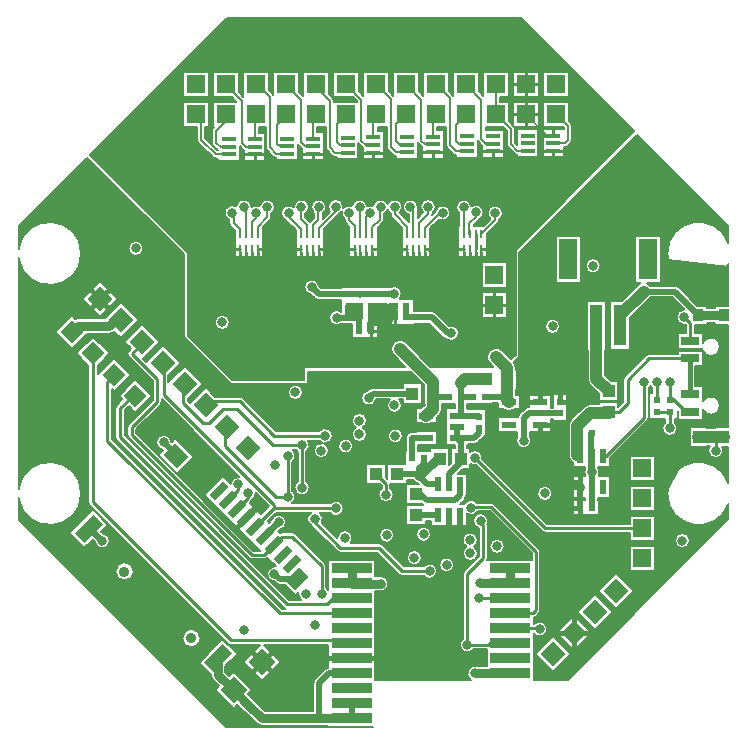
<source format=gbr>
G04 EasyPC Gerber Version 21.0.3 Build 4286 *
G04 #@! TF.Part,Single*
G04 #@! TF.FileFunction,Copper,L4,Bot *
G04 #@! TF.FilePolarity,Positive *
%FSLAX35Y35*%
%MOIN*%
G04 #@! TA.AperFunction,SMDPad*
%ADD133R,0.01000X0.02756*%
%ADD129R,0.02165X0.04724*%
%ADD130R,0.02362X0.04724*%
%ADD82R,0.02400X0.02400*%
%ADD142R,0.03200X0.03900*%
%ADD140R,0.03900X0.13800*%
%ADD96R,0.03937X0.04291*%
%ADD86R,0.03940X0.04330*%
%ADD139R,0.05900X0.13400*%
%ADD94R,0.04600X0.01800*%
%ADD128R,0.04724X0.02362*%
%ADD84R,0.02400X0.02400*%
%ADD141R,0.05900X0.02800*%
%ADD134R,0.13200X0.03200*%
%ADD131R,0.04291X0.03937*%
%ADD87R,0.04330X0.03940*%
%AMT135*0 Rectangle Pad at angle 135*21,1,0.02700,0.06300,0,0,135*%
%ADD135T135*%
%AMT138*0 Rectangle Pad at angle 135*21,1,0.04700,0.06300,0,0,135*%
%ADD138T138*%
%AMT136*0 Rectangle Pad at angle 135*21,1,0.04700,0.08700,0,0,135*%
%ADD136T136*%
%AMT137*0 Rectangle Pad at angle 45*21,1,0.05500,0.06300,0,0,45*%
%ADD137T137*%
%AMT143*0 Rectangle Pad at angle 135*21,1,0.05500,0.05500,0,0,135*%
%ADD143T143*%
G04 #@! TA.AperFunction,ComponentPad*
%ADD90R,0.06000X0.06000*%
G04 #@! TA.AperFunction,SMDPad*
%AMT19*0 Rectangle Pad at angle 45*21,1,0.06000,0.06000,0,0,45*%
%ADD19T19*%
G04 #@! TD.AperFunction*
%ADD73C,0.00500*%
%ADD77C,0.00800*%
%ADD76C,0.01000*%
%ADD79C,0.01500*%
%ADD98C,0.02000*%
%ADD99C,0.03000*%
G04 #@! TA.AperFunction,ViaPad*
%ADD97C,0.03200*%
G04 #@! TA.AperFunction,ComponentPad*
%ADD95C,0.03600*%
G04 #@! TD.AperFunction*
%ADD100C,0.04000*%
G04 #@! TA.AperFunction,SMDPad*
%AMT132*0 Rectangle Pad at angle 45*21,1,0.06300,0.06300,0,0,45*%
%ADD132T132*%
X0Y0D02*
D02*
D19*
X29901Y145799D03*
X36972Y138728D03*
X44043Y131657D03*
X51115Y124585D03*
X58185Y117515D03*
X65257Y110443D03*
X72328Y103372D03*
X79399Y96301D03*
X180937Y27437D03*
X188008Y34508D03*
X195079Y41579D03*
X202150Y48650D03*
D02*
D73*
X25718Y192982D02*
X2850Y170115D01*
Y162496*
G75*
G02X23750Y161050I10400J-1446*
G01*
G75*
G02X2850Y159604I-10500*
G01*
Y82496*
G75*
G02X23750Y81050I10400J-1446*
G01*
G75*
G02X2850Y79604I-10500*
G01*
Y72285*
X72085Y3050*
X120850*
Y3200*
X106100*
Y3600*
X100471*
G75*
G02X99229I-621J2450*
G01*
X83950*
G75*
G02X82218Y4318I0J2450*
G01*
X78387Y8149*
G75*
G02X77658Y8654I1101J2364*
G01*
X75804Y10481*
X74512Y9190*
X68290Y15412*
X69669Y16791*
X67616Y18844*
G75*
G02X66898Y20576I1732J1733*
G01*
Y20645*
X62843Y24700*
X70762Y32620*
X75854Y27529*
X71798Y23473*
Y21591*
X73133Y20256*
X74512Y21635*
X80735Y15412*
X79491Y14169*
X81317Y12370*
G75*
G02X81851Y11613I-1830J-1858*
G01*
X84965Y8500*
X99229*
G75*
G02X100471I621J-2450*
G01*
X101100*
Y17850*
G75*
G02X101671Y19229I1950J0*
G01*
X104871Y22429*
G75*
G02X106100Y22994I1379J-1379*
G01*
Y30443*
X84655*
X90210Y24888*
X83988Y18665*
X77765Y24888*
X83321Y30443*
X73650*
G75*
G02X72513Y30914J1607*
G01*
X26513Y76913*
G75*
G02X26042Y78050I1137J1137*
G01*
Y123702*
X22029Y127715*
X27685Y133371*
X33342Y127715*
X29257Y123629*
Y120800*
X34757Y126300*
X40413Y120643*
X34757Y114987*
X33957Y115786*
Y99316*
X90616Y42658*
X91646*
G75*
G02X91313Y42913I805J1392*
G01*
X35613Y98613*
G75*
G02X35143Y99750I1137J1137*
G01*
Y109550*
G75*
G02X35613Y110687I1607*
G01*
X37335Y112408*
X36171Y113572*
X41828Y119229*
X47484Y113572*
X41828Y107916*
X39608Y110135*
X38357Y108884*
Y100416*
X93116Y45657*
X97059*
G75*
G02X96100Y47650I1591J1993*
G01*
G75*
G02X96103Y47778I2548J2*
G01*
X95228Y46904*
X91522Y50610*
X89940*
G75*
G02X88561Y51181I0J1950*
G01*
X87933Y51809*
G75*
G02X85600Y54350I217J2541*
G01*
G75*
G02X88510Y56874I2550*
G01*
X85789Y59596*
X85717Y59525*
G75*
G02X84692Y59100I-1025J1025*
G01*
X80550*
G75*
G02X79525Y59525J1450*
G01*
X39525Y99525*
G75*
G02X39100Y100550I1025J1025*
G01*
Y103050*
G75*
G02X39525Y104075I1450*
G01*
X47700Y112251*
Y118449*
X39525Y126625*
G75*
G02Y128675I1025J1025*
G01*
X40270Y129420*
X38033Y131657*
X44043Y137667*
X50054Y131657*
X44324Y125927*
X45385Y124866*
X51115Y130596*
X57125Y124585*
X52800Y120261*
Y118139*
X58185Y123525*
X64196Y117515*
X59200Y112519*
Y111851*
X59927Y111124*
X65257Y116454*
X68353Y113357*
X76550*
G75*
G02X77692Y112881J-1607*
G01*
X88620Y101857*
X103070*
G75*
G02X107600Y100250I1980J-1607*
G01*
G75*
G02X104669Y97729I-2550*
G01*
G75*
G02X106300Y95350I-919J-2379*
G01*
G75*
G02X101200I-2550*
G01*
G75*
G02X104131Y97871I2550*
G01*
G75*
G02X103070Y98643I919J2379*
G01*
X99342*
G75*
G02X98800Y94952I-1992J-1593*
G01*
Y85048*
G75*
G02X99900Y82950I-1450J-2098*
G01*
G75*
G02X94800I-2550*
G01*
G75*
G02X95900Y85048I2550*
G01*
Y94952*
G75*
G02X95252Y95600I1450J2098*
G01*
X94193*
G75*
G02X94157Y91670I-1643J-1950*
G01*
Y81930*
G75*
G02X94009Y77859I-1607J-1980*
G01*
X106853*
G75*
G02X111200Y76050I1797J-1809*
G01*
G75*
G02X106522Y74644I-2550*
G01*
X103205*
G75*
G02X104008Y71365I-1455J-2094*
G01*
X109100Y66273*
G75*
G02X114200Y66250I2550J-23*
G01*
G75*
G02X113557Y64557I-2550J0*
G01*
X122850*
G75*
G02X123987Y64087J-1607*
G01*
X131216Y56857*
X137956*
G75*
G02X142400Y55150I1894J-1707*
G01*
G75*
G02X137793Y53643I-2550*
G01*
X130550*
G75*
G02X129413Y54113J1607*
G01*
X122184Y61343*
X110150*
G75*
G02X109013Y61813J1607*
G01*
X100498Y70328*
G75*
G02X99528Y71298I1252J2222*
G01*
X99413Y71413*
G75*
G02X99517Y73782I1137J1137*
G01*
G75*
G02X100295Y74644I2233J-1232*
G01*
X88604*
X85861Y71969*
X86468Y71362*
X87046Y71935*
G75*
G02X92100Y71450I2504J-485*
G01*
G75*
G02X90015Y68943I-2550*
G01*
X89448Y68381*
X89979Y67850*
G75*
G02X90792Y68099I812J-1202*
G01*
X94150*
G75*
G02X95175Y67674I0J-1450*
G01*
X104875Y57975*
G75*
G02X105300Y56950I-1025J-1025*
G01*
Y49748*
G75*
G02X106100Y48850I-1450J-2098*
G01*
Y58901*
X121799*
Y53400*
X122843*
G75*
G02X126100Y50950I707J-2450*
G01*
G75*
G02X122843Y48500I-2550*
G01*
X121799*
Y18850*
X153661*
G75*
G02X155657Y23500I1289J2200*
G01*
X158901*
Y29100*
X154548*
G75*
G02X149900Y30550I-2098J1450*
G01*
G75*
G02X151000Y32648I2550*
G01*
Y54150*
G75*
G02X151425Y55175I1450*
G01*
X156300Y60051*
Y69460*
G75*
G02X154300Y71950I550J2490*
G01*
G75*
G02X159400I2550*
G01*
G75*
G02X159107Y70762I-2550J0*
G01*
G75*
G02X159200Y70250I-1356J-512*
G01*
Y59450*
G75*
G02X159092Y58901I-1450*
G01*
X173900*
Y61049*
X159849Y75100*
X155972*
G75*
G02X152322Y74237I-2222J1250*
G01*
Y70220*
X140177*
Y71743*
X138665*
Y70630*
X131834*
Y77070*
X137777*
G75*
G02X137560Y77260I1274J1678*
G01*
X137190Y77630*
X131834*
Y84070*
X136472*
X136234Y84308*
G75*
G02X134226Y85600I216J2542*
G01*
X132169*
Y84133*
X126800*
Y82748*
G75*
G02X127900Y80650I-1450J-2098*
G01*
G75*
G02X122800I-2550*
G01*
G75*
G02X123900Y82748I2550*
G01*
Y83549*
X123316Y84133*
X118730*
Y90964*
X125169*
Y86382*
X125730Y85821*
Y90964*
X131500*
Y95299*
X131843*
Y99550*
G75*
G02X133950Y101657I2107*
G01*
X135196*
Y101941*
X142421*
Y97078*
X136057*
Y95299*
X140031*
Y96067*
X146470*
Y90708*
X147031Y91255*
Y96067*
X148300*
Y97078*
X145480*
Y109421*
X148300*
Y110901*
X144100*
Y109332*
G75*
G02X143236Y107246I-2950J0*
G01*
X142421Y106431*
Y104559*
X140479*
G75*
G02X137138I-1670J2431*
G01*
X135196*
Y109421*
X137067*
X138200Y110554*
Y110937*
X137929*
Y117199*
X137370Y117758*
Y110937*
X130929*
Y112400*
X129793*
G75*
G02X130700Y110450I-1643J-1950*
G01*
G75*
G02X125600I-2550*
G01*
G75*
G02X126507Y112400I2550*
G01*
X122060*
G75*
G02X117000Y112850I-2510J450*
G01*
G75*
G02X119333Y115391I2550*
G01*
X119671Y115729*
G75*
G02X121050Y116300I1379J-1379*
G01*
X130929*
Y117763*
X137365*
X133678Y121450*
X99250*
Y117550*
X73550*
X57850Y133250*
Y160850*
X25718Y192982*
X21757Y139300D02*
G75*
G02X22650Y139457I893J-2449D01*
G01*
X31692*
X36972Y144738*
X42983Y138728*
X36972Y132717*
X34776Y134913*
G75*
G02X33030Y134243I-1746J1937*
G01*
X25728*
X20615Y129129*
X14958Y134785*
X20615Y140442*
X21757Y139300*
X23891Y145799D02*
X29901Y151809D01*
X35911Y145799*
X29901Y139789*
X23891Y145799*
X27650Y65592D02*
X24800Y62743D01*
X19709Y67834*
X27629Y75754*
X32720Y70662*
X30408Y68350*
X30967Y67791*
G75*
G02X33300Y65250I-217J-2541*
G01*
G75*
G02X28209Y65033I-2550*
G01*
X27650Y65592*
X36008Y57192D02*
G75*
G02X40321Y52879I2157J-2157D01*
G01*
G75*
G02X36008Y57192I-2157J2157*
G01*
X44500Y162750D02*
G75*
G02X39400I-2550D01*
G01*
G75*
G02X44500I2550*
G01*
X58282Y34918D02*
G75*
G02X62595Y30605I2157J-2157D01*
G01*
G75*
G02X58282Y34918I-2157J2157*
G01*
X97700Y114750D02*
G75*
G02X92600I-2550D01*
G01*
G75*
G02X97700I2550*
G01*
X109300Y96850D02*
G75*
G02X114400I2550D01*
G01*
G75*
G02X109300I-2550*
G01*
X115349Y103050D02*
G75*
G02X113900Y105350I1101J2300D01*
G01*
G75*
G02X119000I2550*
G01*
G75*
G02X117551Y103050I-2550*
G01*
G75*
G02X119000Y100750I-1101J-2300*
G01*
G75*
G02X113900I-2550*
G01*
G75*
G02X115349Y103050I2550*
G01*
X123000Y67150D02*
G75*
G02X128100I2550D01*
G01*
G75*
G02X123000I-2550*
G01*
X131000Y100250D02*
G75*
G02X125900I-2550D01*
G01*
G75*
G02X131000I2550*
G01*
X135300Y67450D02*
G75*
G02X140400I2550D01*
G01*
G75*
G02X135300I-2550*
G01*
X137300Y59650D02*
G75*
G02X132200I-2550D01*
G01*
G75*
G02X137300I2550*
G01*
X143000Y57250D02*
G75*
G02X148100I2550D01*
G01*
G75*
G02X143000I-2550*
G01*
X152201Y63273D02*
G75*
G02X150800Y65550I1149J2276D01*
G01*
G75*
G02X155900I2550*
G01*
G75*
G02X154599Y63327I-2550*
G01*
G75*
G02X156000Y61050I-1149J-2277*
G01*
G75*
G02X150900I-2550*
G01*
G75*
G02X152201Y63273I2550*
G01*
X164900Y63450D02*
G75*
G02X159800I-2550D01*
G01*
G75*
G02X164900I2550*
G01*
X106100Y3300D02*
G36*
Y3600D01*
X100471*
G75*
G02X99229I-621J2450*
G01*
X83950*
G75*
G02X82218Y4318I1J2451*
G01*
X78387Y8149*
G75*
G02X77658Y8654I1103J2367*
G01*
X75804Y10481*
X74512Y9190*
X68290Y15412*
X69669Y16791*
X67616Y18844*
G75*
G02X66898Y20576I1733J1733*
G01*
Y20645*
X62843Y24700*
X70762Y32620*
X75854Y27529*
X71798Y23473*
Y21591*
X73133Y20256*
X74512Y21635*
X80735Y15412*
X79491Y14169*
X81317Y12370*
G75*
G02X81851Y11613I-1826J-1855*
G01*
X84965Y8500*
X99229*
G75*
G02X100471I621J-2450*
G01*
X101100*
Y17850*
G75*
G02X101671Y19229I1950*
G01*
X104871Y22429*
G75*
G02X106100Y22994I1380J-1380*
G01*
Y30443*
X84655*
X90210Y24888*
X83988Y18665*
X77765Y24888*
X83321Y30443*
X73650*
G75*
G02X72513Y30914I1J1609*
G01*
X70666Y32761*
X63489*
G75*
G02X62595Y30605I-3050*
G01*
G75*
G02X57389Y32761I-2157J2157*
G01*
X42374*
X71835Y3300*
X106100*
G37*
X151000Y32761D02*
G36*
X121799D01*
Y18850*
X153661*
G75*
G02X152400Y21050I1289J2200*
G01*
G75*
G02X155657Y23500I2550*
G01*
X158901*
Y29100*
X154548*
G75*
G02X149900Y30550I-2098J1450*
G01*
G75*
G02X151000Y32648I2550J0*
G01*
Y32761*
G37*
X70666D02*
G36*
X48391Y55035D01*
X41215*
G75*
G02X40321Y52879I-3050*
G01*
G75*
G02X35115Y55035I-2157J2157*
G01*
X20100*
X42374Y32761*
X57389*
G75*
G02X58282Y34918I3050*
G01*
G75*
G02X63489Y32761I2157J-2157*
G01*
X70666*
G37*
X79191Y55035D02*
G36*
X78239D01*
X90616Y42658*
X91646*
G75*
G02X91313Y42913I799J1385*
G01*
X79191Y55035*
G37*
X85694D02*
G36*
X83738D01*
X93116Y45657*
X97059*
G75*
G02X96100Y47650I1591J1992*
G01*
Y47650*
G75*
G02X96103Y47778I2618*
G01*
X95228Y46904*
X91522Y50610*
X89940*
G75*
G02X88561Y51181J1950*
G01*
X87933Y51809*
G75*
G02X85600Y54350I217J2541*
G01*
G75*
G02X85694Y55035I2550J0*
G01*
G37*
X106100D02*
G36*
X105300D01*
Y49748*
G75*
G02X106100Y48850I-1449J-2096*
G01*
Y55035*
G37*
X151302D02*
G36*
X146814D01*
G75*
G02X144286I-1264J2215*
G01*
X142397*
G75*
G02X137793Y53643I-2547J115*
G01*
X130550*
G75*
G02X129413Y54113I1J1609*
G01*
X128491Y55035*
X121799*
Y53400*
X122843*
G75*
G02X126100Y50950I707J-2450*
G01*
G75*
G02X122843Y48500I-2550J0*
G01*
X121799*
Y32761*
X151000*
Y54150*
G75*
G02X151302Y55035I1453J-1*
G01*
G37*
X48391D02*
G36*
X43777Y59650D01*
X15485*
X20100Y55035*
X35115*
G75*
G02X36008Y57192I3050*
G01*
G75*
G02X41215Y55035I2157J-2157*
G01*
X48391*
G37*
X85694D02*
G36*
G75*
G02X88510Y56874I2456J-685D01*
G01*
X85789Y59596*
X85717Y59525*
G75*
G02X84692Y59100I-1026J1028*
G01*
X80550*
G75*
G02X79525Y59525I1J1453*
G01*
X79400Y59650*
X79123*
X83738Y55035*
X85694*
G37*
X79191D02*
G36*
X74577Y59650D01*
X73624*
X78239Y55035*
X79191*
G37*
X128491D02*
G36*
X123877Y59650D01*
X103200*
X104875Y57975*
G75*
G02X105300Y56950I-1028J-1026*
G01*
Y55035*
X106100*
Y58901*
X121799*
Y55035*
X128491*
G37*
X144286D02*
G36*
G75*
G02X143000Y57250I1264J2215D01*
G01*
G75*
G02X144688Y59650I2550*
G01*
X137300*
G75*
G02X132200I-2550*
G01*
X128423*
X131216Y56857*
X137956*
G75*
G02X142400Y55150I1894J-1707*
G01*
G75*
G02X142397Y55035I-2551J4*
G01*
X144286*
G37*
X151302D02*
G36*
G75*
G02X151425Y55175I1151J-887D01*
G01*
X155899Y59650*
X155581*
G75*
G02X151319I-2131J1400*
G01*
X146412*
G75*
G02X148100Y57250I-862J-2400*
G01*
G75*
G02X146814Y55035I-2550*
G01*
X151302*
G37*
X173650Y58901D02*
G36*
Y59650D01*
X159200*
Y59450*
Y59450*
G75*
G02X159092Y58901I-1448*
G01*
X173650*
G37*
X43777Y59650D02*
G36*
X39976Y63450D01*
X32556*
G75*
G02X28944I-1806J1800*
G01*
X25508*
X24800Y62743*
X24093Y63450*
X11685*
X15485Y59650*
X43777*
G37*
X74577D02*
G36*
X70777Y63450D01*
X69824*
X73624Y59650*
X74577*
G37*
X79400D02*
G36*
X75600Y63450D01*
X75323*
X79123Y59650*
X79400*
G37*
X123877D02*
G36*
X122184Y61343D01*
X110150*
G75*
G02X109013Y61813I1J1609*
G01*
X107377Y63450*
X99400*
X103200Y59650*
X123877*
G37*
X151319D02*
G36*
G75*
G02X150900Y61050I2131J1400D01*
G01*
Y61050*
G75*
G02X152201Y63273I2549*
G01*
G75*
G02X151903Y63450I1149J2277*
G01*
X124623*
X128423Y59650*
X132200*
G75*
G02X137300I2550*
G01*
X144688*
G75*
G02X146412I862J-2400*
G01*
X151319*
G37*
X156300Y63450D02*
G36*
X154796D01*
G75*
G02X154599Y63327I-1446J2099*
G01*
G75*
G02X156000Y61050I-1149J-2277*
G01*
G75*
G02X155581Y59650I-2550J0*
G01*
X155899*
X156300Y60051*
Y63450*
G37*
X173650Y61299D02*
G36*
X171499Y63450D01*
X164900*
G75*
G02X159800I-2550*
G01*
X159200*
Y59650*
X173650*
Y61299*
G37*
X11685Y63450D02*
G36*
X24093D01*
X19709Y67834*
X21102Y69227*
X5909*
X11685Y63450*
G37*
X28944D02*
G36*
G75*
G02X28209Y65033I1806J1800D01*
G01*
X27650Y65592*
X25508Y63450*
X28944*
G37*
X39976D02*
G36*
X34200Y69227D01*
X31285*
X30408Y68350*
X30967Y67791*
G75*
G02X33300Y65250I-217J-2541*
G01*
G75*
G02X32556Y63450I-2550*
G01*
X39976*
G37*
X70777D02*
G36*
X65000Y69227D01*
X64047*
X69824Y63450*
X70777*
G37*
X75600D02*
G36*
X69823Y69227D01*
X69546*
X75323Y63450*
X75600*
G37*
X107377D02*
G36*
X101600Y69227D01*
X90799*
G75*
G02X90015Y68943I-1249J2223*
G01*
X89448Y68381*
X89979Y67850*
G75*
G02X90792Y68099I811J-1199*
G01*
X94150*
G75*
G02X95175Y67674I-1J-1453*
G01*
X99400Y63450*
X107377*
G37*
X156300Y69227D02*
G36*
X139679D01*
G75*
G02X140400Y67450I-1829J-1777*
G01*
G75*
G02X135300I-2550*
G01*
G75*
G02X136021Y69227I2550*
G01*
X127030*
G75*
G02X128100Y67150I-1480J-2077*
G01*
G75*
G02X123000I-2550*
G01*
G75*
G02X124070Y69227I2550*
G01*
X106147*
X109100Y66273*
G75*
G02X114200Y66250I2550J-23*
G01*
G75*
G02X113557Y64557I-2552J1*
G01*
X122850*
G75*
G02X123987Y64087I-1J-1609*
G01*
X124623Y63450*
X151903*
G75*
G02X150800Y65550I1447J2100*
G01*
G75*
G02X155900I2550*
G01*
Y65550*
G75*
G02X154796Y63450I-2549*
G01*
X156300*
Y69227*
G37*
X171499Y63450D02*
G36*
X165722Y69227D01*
X159200*
Y63450*
X159800*
G75*
G02X164900I2550*
G01*
X171499*
G37*
X34200Y69227D02*
G36*
X26513Y76913D01*
G75*
G02X26042Y78050I1138J1137*
G01*
Y96850*
X3100*
Y83738*
G75*
G02X23750Y81050I10150J-2689*
G01*
G75*
G02X3100Y78362I-10500J0*
G01*
Y72035*
X5909Y69227*
X21102*
X27629Y75754*
X32720Y70662*
X31285Y69227*
X34200*
G37*
X65000D02*
G36*
X37377Y96850D01*
X36423*
X64047Y69227*
X65000*
G37*
X42200Y96850D02*
G36*
X41923D01*
X69546Y69227*
X69823*
X42200Y96850*
G37*
X101600Y69227D02*
G36*
X100498Y70328D01*
G75*
G02X99528Y71298I1250J2220*
G01*
X99413Y71413*
G75*
G02X98943Y72550I1137J1137*
G01*
G75*
G02X99517Y73782I1607*
G01*
G75*
G02X100295Y74644I2230J-1230*
G01*
X88604*
X85861Y71969*
X86468Y71362*
X87046Y71935*
G75*
G02X92100Y71450I2504J-486*
G01*
Y71450*
G75*
G02X90799Y69227I-2550*
G01*
X101600*
G37*
X165722D02*
G36*
X159849Y75100D01*
X155972*
G75*
G02X152322Y74237I-2222J1250*
G01*
Y70220*
X140177*
Y71743*
X138665*
Y70630*
X131834*
Y77070*
X137777*
G75*
G02X137560Y77260I1248J1649*
G01*
X137190Y77630*
X131834*
Y84070*
X136472*
X136234Y84308*
G75*
G02X134226Y85600I216J2541*
G01*
X132169*
Y84133*
X126800*
Y82748*
G75*
G02X127900Y80650I-1450J-2098*
G01*
G75*
G02X122800I-2550*
G01*
G75*
G02X123900Y82748I2550J0*
G01*
Y83549*
X123316Y84133*
X118730*
Y90964*
X125169*
Y86382*
X125730Y85821*
Y90964*
X131500*
Y95299*
X131843*
Y96850*
X114400*
G75*
G02X109300I-2550*
G01*
X105812*
G75*
G02X106300Y95350I-2062J-1500*
G01*
Y95350*
G75*
G02X101200I-2550*
G01*
G75*
G02X101688Y96850I2550*
G01*
X99892*
G75*
G02X98800Y94952I-2543J200*
G01*
Y85048*
G75*
G02X99900Y82950I-1450J-2098*
G01*
G75*
G02X94800I-2550*
G01*
G75*
G02X95900Y85048I2550J0*
G01*
Y94952*
G75*
G02X95252Y95600I1449J2097*
G01*
X94193*
G75*
G02X95100Y93650I-1643J-1950*
G01*
G75*
G02X94157Y91670I-2550*
G01*
Y81930*
G75*
G02X95100Y79950I-1607J-1980*
G01*
G75*
G02X94009Y77859I-2550*
G01*
X106853*
G75*
G02X111200Y76050I1797J-1809*
G01*
G75*
G02X106522Y74644I-2550*
G01*
X103205*
G75*
G02X104300Y72550I-1455J-2094*
G01*
G75*
G02X104008Y71365I-2551*
G01*
X106147Y69227*
X124070*
G75*
G02X127030I1480J-2076*
G01*
X136021*
G75*
G02X139679I1829J-1777*
G01*
X156300*
Y69460*
G75*
G02X154300Y71950I550J2490*
G01*
G75*
G02X159400I2550*
G01*
G75*
G02X159107Y70762I-2552*
G01*
G75*
G02X159200Y70250I-1367J-513*
G01*
Y69227*
X165722*
G37*
X148300Y96850D02*
G36*
X136057D01*
Y95299*
X140031*
Y96067*
X146470*
Y90708*
X147031Y91255*
Y96067*
X148300*
Y96850*
G37*
X26042D02*
G36*
Y100250D01*
X3100*
Y96850*
X26042*
G37*
X37377D02*
G36*
X35613Y98613D01*
G75*
G02X35143Y99750I1138J1137*
G01*
Y100250*
X33957*
Y99316*
X36423Y96850*
X37377*
G37*
X39131Y100250D02*
G36*
X38523D01*
X41923Y96850*
X42200*
X39525Y99525*
G75*
G02X39131Y100250I1028J1027*
G01*
G37*
X101688Y96850D02*
G36*
G75*
G02X104131Y97871I2062J-1500D01*
G01*
G75*
G02X103070Y98643I917J2376*
G01*
X99342*
G75*
G02X99900Y97050I-1993J-1593*
G01*
G75*
G02X99892Y96850I-2548*
G01*
X101688*
G37*
X131962Y100250D02*
G36*
X131000D01*
G75*
G02X125900I-2550*
G01*
X118950*
G75*
G02X113950I-2500J500*
G01*
X107600*
G75*
G02X104669Y97729I-2550*
G01*
G75*
G02X105812Y96850I-919J-2378*
G01*
X109300*
G75*
G02X114400I2550*
G01*
X131843*
Y99550*
G75*
G02X131962Y100250I2108*
G01*
G37*
X145480D02*
G36*
X142421D01*
Y97078*
X136057*
Y96850*
X148300*
Y97078*
X145480*
Y100250*
G37*
X26042Y103050D02*
G36*
X3100D01*
Y100250*
X26042*
Y103050*
G37*
X35143Y100250D02*
G36*
Y103050D01*
X33957*
Y100250*
X35143*
G37*
X39131D02*
G36*
G75*
G02X39100Y100550I1421J301D01*
G01*
Y103050*
X38357*
Y100416*
X38523Y100250*
X39131*
G37*
X113950D02*
G36*
G75*
G02X113900Y100750I2501J500D01*
G01*
G75*
G02X115349Y103050I2551J0*
G01*
X87438*
X88620Y101857*
X103070*
G75*
G02X107600Y100250I1980J-1607*
G01*
X113950*
G37*
X145480Y103050D02*
G36*
X117551D01*
G75*
G02X119000Y100750I-1102J-2300*
G01*
G75*
G02X118950Y100250I-2550J0*
G01*
X125900*
G75*
G02X131000I2550*
G01*
X131962*
G75*
G02X133950Y101657I1988J-700*
G01*
X135196*
Y101941*
X142421*
Y100250*
X145480*
Y103050*
G37*
X26042Y114750D02*
G36*
X3100D01*
Y103050*
X26042*
Y114750*
G37*
X37348D02*
G36*
X33957D01*
Y103050*
X35143*
Y109550*
G75*
G02X35613Y110687I1609J-1*
G01*
X37335Y112408*
X36171Y113572*
X37348Y114750*
G37*
X39100Y103050D02*
G36*
G75*
G02X39525Y104075I1453J-1D01*
G01*
X47700Y112251*
Y114750*
X46307*
X47484Y113572*
X41828Y107916*
X39608Y110135*
X38357Y108884*
Y103050*
X39100*
G37*
X63553Y114750D02*
G36*
X61431D01*
X59200Y112519*
Y111851*
X59927Y111124*
X63553Y114750*
G37*
X137929D02*
G36*
X137370D01*
Y110937*
X130929*
Y112400*
X129793*
G75*
G02X130700Y110450I-1644J-1950*
G01*
G75*
G02X125600I-2550*
G01*
G75*
G02X126507Y112400I2551J0*
G01*
X122060*
G75*
G02X117000Y112850I-2510J450*
G01*
G75*
G02X117849Y114750I2550*
G01*
X97700*
G75*
G02X92600I-2550*
G01*
X66960*
X68353Y113357*
X76550*
G75*
G02X77692Y112881I1J-1606*
G01*
X87438Y103050*
X115349*
G75*
G02X113900Y105350I1102J2300*
G01*
G75*
G02X119000I2550*
G01*
G75*
G02X117551Y103050I-2551J0*
G01*
X145480*
Y109421*
X148300*
Y110901*
X144100*
Y109332*
G75*
G02X143236Y107246I-2952J1*
G01*
X142421Y106431*
Y104559*
X140479*
G75*
G02X137138I-1670J2431*
G01*
X135196*
Y109421*
X137067*
X138200Y110554*
Y110937*
X137929*
Y114750*
G37*
X47700D02*
G36*
Y118449D01*
X39525Y126625*
G75*
G02X39100Y127650I1025J1025*
G01*
G75*
G02X39525Y128675I1450*
G01*
X40270Y129420*
X38033Y131657*
X43309Y136933*
X41188*
X36972Y132717*
X34776Y134913*
G75*
G02X33030Y134243I-1746J1938*
G01*
X25728*
X20615Y129129*
X14958Y134785*
X17106Y136933*
X3100*
Y114750*
X26042*
Y123702*
X22029Y127715*
X27685Y133371*
X33342Y127715*
X29257Y123629*
Y120800*
X34757Y126300*
X40413Y120643*
X34757Y114987*
X33957Y115786*
Y114750*
X37348*
X41828Y119229*
X46307Y114750*
X47700*
G37*
X57850Y136933D02*
G36*
X44777D01*
X50054Y131657*
X44324Y125927*
X45385Y124866*
X51115Y130596*
X57125Y124585*
X52800Y120261*
Y118139*
X58185Y123525*
X64196Y117515*
X61431Y114750*
X63553*
X65257Y116454*
X66960Y114750*
X92600*
G75*
G02X97700I2550*
G01*
X117849*
G75*
G02X119333Y115391I1701J-1900*
G01*
X119671Y115729*
G75*
G02X121050Y116300I1379J-1378*
G01*
X130929*
Y117763*
X137365*
X133678Y121450*
X99250*
Y117550*
X73550*
X57850Y133250*
Y136933*
G37*
X137929Y114750D02*
G36*
Y117199D01*
X137370Y117758*
Y114750*
X137929*
G37*
X57850Y145799D02*
G36*
X35911D01*
X29901Y139789*
X23891Y145799*
X3100*
Y136933*
X17106*
X20615Y140442*
X21757Y139300*
G75*
G02X22650Y139457I893J-2444*
G01*
X31692*
X36972Y144738*
X42983Y138728*
X41188Y136933*
X43309*
X44043Y137667*
X44777Y136933*
X57850*
Y145799*
G37*
X55950Y162750D02*
G36*
X44500D01*
G75*
G02X39400I-2550*
G01*
X23611*
G75*
G02X23750Y161050I-10362J-1700*
G01*
G75*
G02X3100Y158362I-10500J0*
G01*
Y145799*
X23891*
X29901Y151809*
X35911Y145799*
X57850*
Y160850*
X55950Y162750*
G37*
X25968Y192732D02*
G36*
X25468D01*
X3100Y170365*
Y163738*
G75*
G02X23611Y162750I10150J-2689*
G01*
X39400*
G75*
G02X44500I2550*
G01*
X55950*
X25968Y192732*
G37*
X26718Y193982D02*
X59350Y161350D01*
Y133452*
X74048Y118753*
X98047*
Y121450*
G75*
G02X98150Y121937I1203*
G01*
Y123350*
X131778*
X127864Y127264*
G75*
G02X132036Y131436I2086J2086*
G01*
X140122Y123350*
X161078*
X159864Y124564*
G75*
G02X164036Y128736I2086J2086*
G01*
X167036Y125736*
X168547Y127247*
Y161250*
G75*
G02X168550Y161337I1203*
G01*
Y162350*
X207932Y201732*
X170215Y239450*
X72185*
X26718Y193982*
X62400Y203200D02*
X57800D01*
Y211700*
X66300*
Y203200*
X65100*
Y199409*
X69109Y195400*
X69168*
X67684Y196884*
G75*
G02X67243Y197950I1066J1066*
G01*
Y201850*
G75*
G02X67668Y202900I1507J0*
G01*
X67959Y203200*
X67800*
Y211700*
X75491*
X73991Y213200*
X67800*
Y221700*
X76300*
Y214709*
X77800Y213209*
Y221700*
X86300*
Y215509*
X87505Y214305*
G75*
G02X87800Y213860I-955J-954*
G01*
Y221700*
X96300*
Y214909*
X97800Y213409*
Y221700*
X106300*
Y214109*
X107505Y212905*
G75*
G02X107900Y211950I-955J-954*
G01*
Y211700*
X115800*
Y211791*
X114391Y213200*
X107800*
Y221700*
X116300*
Y215109*
X117800Y213609*
Y221700*
X126300*
Y215109*
X127800Y213609*
Y221700*
X136300*
Y215109*
X137800Y213609*
Y221700*
X146300*
Y215109*
X147705Y213705*
G75*
G02X147800Y213598I-957J-954*
G01*
Y221700*
X156300*
Y215109*
X157800Y213609*
Y221700*
X166300*
Y213200*
X163400*
Y211700*
X166300*
Y205109*
X167800Y203609*
Y211700*
X176300*
Y203200*
X168133*
G75*
G02X168300Y202550I-1183J-650*
G01*
Y198009*
X169000Y197309*
Y202400*
X176100*
Y193100*
X169000*
Y193908*
G75*
G02X168195Y194295I150J1342*
G01*
X165995Y196495*
G75*
G02X165600Y197450I955J954*
G01*
Y201991*
X164391Y203200*
X158500*
Y202318*
X164500*
Y192900*
X157400*
Y196891*
X156195Y198095*
G75*
G02X155900Y198540I955J954*
G01*
Y192900*
X148800*
Y193700*
X148750*
G75*
G02X147795Y194095I0J1350*
G01*
X145795Y196095*
G75*
G02X145400Y197050I955J954*
G01*
Y203200*
X142300*
Y202118*
X144500*
Y192700*
X137400*
Y196315*
G75*
G02X137236Y196454I791J1095*
G01*
X136195Y197495*
G75*
G02X135900Y197940I955J954*
G01*
Y192700*
X128800*
Y193500*
X128550*
G75*
G02X127595Y193895I0J1350*
G01*
X125995Y195495*
G75*
G02X125600Y196450I955J954*
G01*
Y203200*
X122500*
Y201918*
X124700*
Y192500*
X117600*
Y196291*
X116195Y197695*
G75*
G02X116100Y197802I957J954*
G01*
Y192500*
X109000*
Y193300*
X108350*
G75*
G02X107395Y193695I0J1350*
G01*
X105595Y195495*
G75*
G02X105200Y196450I955J954*
G01*
Y203200*
X102300*
Y201518*
X104500*
Y192100*
X97400*
Y195891*
X95995Y197295*
G75*
G02X95900Y197402I957J954*
G01*
Y192100*
X88800*
Y192900*
X88750*
G75*
G02X87795Y193295I0J1350*
G01*
X85595Y195495*
G75*
G02X85200Y196450I955J954*
G01*
Y203200*
X82900*
Y201318*
X85100*
Y191900*
X78000*
Y195376*
G75*
G02X77595Y195654I550J1233*
G01*
X76500Y196750*
Y191900*
X69400*
Y192700*
X68550*
G75*
G02X67595Y193095I0J1350*
G01*
X62795Y197895*
G75*
G02X62400Y198850I955J954*
G01*
Y203200*
X66300Y221700D02*
Y213200D01*
X57800*
Y221700*
X66300*
X73048Y172205D02*
G75*
G02X71500Y174550I1002J2345D01*
G01*
G75*
G02X75405Y176710I2550*
G01*
G75*
G02X80500Y176575I2545J-160*
G01*
G75*
G02X83214Y176819I1550J-2025*
G01*
G75*
G02X88300Y176550I2536J-269*
G01*
G75*
G02X87100Y174387I-2550*
G01*
Y173150*
G75*
G02X86705Y172195I-1350J0*
G01*
X84300Y169791*
Y159822*
X74894*
Y168670*
X73488Y170080*
G75*
G02X73048Y171144I1067J1065*
G01*
Y172205*
X73300Y138050D02*
G75*
G02X68200I-2550D01*
G01*
G75*
G02X73300I2550*
G01*
X91702Y172273D02*
G75*
G02X90300Y174550I1148J2277D01*
G01*
G75*
G02X94604Y176400I2550*
G01*
G75*
G02X94600Y176550I2548J149*
G01*
G75*
G02X99700I2550*
G01*
G75*
G02X98457Y174361I-2550*
G01*
Y173267*
X99997Y171699*
X101243Y172967*
Y174570*
G75*
G02X100300Y176550I1607J1980*
G01*
G75*
G02X105400I2550*
G01*
G75*
G02X104257Y174424I-2550*
G01*
Y172667*
X106599Y175008*
G75*
G02X106000Y176650I1951J1642*
G01*
G75*
G02X111100I2550*
G01*
G75*
G02X111046Y176126I-2550*
G01*
G75*
G02X114025Y176906I2004J-1576*
G01*
G75*
G02X119075I2525J-356*
G01*
G75*
G02X121025I975J-2357*
G01*
G75*
G02X125900Y177540I2525J-356*
G01*
G75*
G02X130800Y176550I2350J-990*
G01*
G75*
G02X129914Y174617I-2550*
G01*
X132906Y171622*
Y174059*
G75*
G02X130900Y176550I544J2491*
G01*
G75*
G02X136000I2550*
G01*
G75*
G02X135859Y175713I-2550J0*
G01*
G75*
G02X135920Y175287I-1446J-426*
G01*
Y172927*
X137689Y174715*
G75*
G02X136800Y176650I1661J1935*
G01*
G75*
G02X141900I2550*
G01*
G75*
G02X140857Y174593I-2550*
G01*
Y174250*
G75*
G02X140824Y173933I-1507J1*
G01*
X141611Y174720*
G75*
G02X141800Y175257I1339J-170*
G01*
G75*
G02X146800Y174550I2450J-707*
G01*
G75*
G02X143024Y172314I-2550*
G01*
X140100Y169391*
Y159822*
X130694*
Y169569*
X127283Y172985*
G75*
G02X126843Y174050I1067J1065*
G01*
Y174424*
G75*
G02X125900Y175560I1408J2126*
G01*
G75*
G02X124700Y174274I-2350J990*
G01*
Y172350*
G75*
G02X124305Y171395I-1350J0*
G01*
X122500Y169591*
Y159822*
X113094*
Y169970*
X111982Y171086*
G75*
G02X111543Y172150I1067J1064*
G01*
Y172493*
G75*
G02X110554Y175074I1508J2057*
G01*
G75*
G02X109726Y174387I-2005J1576*
G01*
G75*
G02X109505Y174095I-1176J663*
G01*
X104700Y169291*
Y159822*
X95294*
Y168752*
X91796Y172172*
G75*
G02X91702Y172273I1055J1075*
G01*
X100333Y147309D02*
G75*
G02X98000Y149850I217J2541D01*
G01*
G75*
G02X103091Y150067I2550*
G01*
X103758Y149400*
X110400*
Y149900*
X126700*
Y149813*
G75*
G02X129994Y146000I1350J-2163*
G01*
X134600*
Y141857*
X140550*
G75*
G02X142026Y141254J-2108*
G01*
X146456Y136907*
G75*
G02X149703Y134450I694J-2457*
G01*
G75*
G02X145685Y132359I-2553*
G01*
G75*
G02X144474Y132946I265J2091*
G01*
X139689Y137643*
X134600*
Y137300*
X125800*
Y141100*
X122800*
Y132900*
X114000*
Y137700*
X113518*
G75*
G02X111182I-1168J1950*
G01*
X110530*
G75*
G02X106337Y139650I-1643J1950*
G01*
G75*
G02X110400Y141702I2550*
G01*
Y145500*
X102950*
G75*
G02X101571Y146071I0J1950*
G01*
X100333Y147309*
X149494Y159822D02*
Y170196D01*
X149737*
Y174497*
G75*
G02X148700Y176550I1513J2053*
G01*
G75*
G02X153791Y176768I2550*
G01*
G75*
G02X157900Y174750I1559J-2018*
G01*
G75*
G02X156631Y172545I-2550*
G01*
G75*
G02X156332Y172100I-1381J606*
G01*
X154720Y170439*
Y170196*
X157869*
X160199Y172526*
G75*
G02X159200Y174550I1551J2024*
G01*
G75*
G02X164300I2550*
G01*
G75*
G02X163100Y172387I-2550*
G01*
Y172168*
G75*
G02X162705Y171213I-1350J0*
G01*
X158900Y167409*
Y159822*
X149494*
X165700Y139600D02*
X157200D01*
Y148100*
X165700*
Y139600*
Y149600D02*
X157200D01*
Y158100*
X165700*
Y149600*
X176300Y221700D02*
Y213200D01*
X167800*
Y221700*
X176300*
X177600Y193100D02*
Y202518D01*
X184600*
Y202991*
X184391Y203200*
X177800*
Y211700*
X186300*
Y205109*
X186905Y204505*
G75*
G02X187300Y203550I-955J-954*
G01*
Y198850*
G75*
G02X186905Y197895I-1350J0*
G01*
X185864Y196854*
G75*
G02X184909Y196459I-954J955*
G01*
X184700*
Y193100*
X177600*
X186300Y221700D02*
Y213200D01*
X177800*
Y221700*
X186300*
X168547Y138050D02*
G36*
X145291D01*
X146456Y136907*
G75*
G02X149703Y134450I694J-2457*
G01*
G75*
G02X145685Y132359I-2553*
G01*
G75*
G02X144474Y132946I266J2092*
G01*
X139689Y137643*
X134600*
Y137300*
X125800*
Y138050*
X122800*
Y132900*
X114000*
Y137700*
X113518*
G75*
G02X111182I-1168J1950*
G01*
X110530*
G75*
G02X106901Y138050I-1643J1950*
G01*
X73300*
G75*
G02X68200I-2550*
G01*
X59350*
Y133452*
X73798Y119003*
X98047*
Y121450*
G75*
G02Y121451I1410J1*
G01*
G75*
G02X98150Y121937I1198*
G01*
Y123350*
X131778*
X127864Y127264*
G75*
G02X127000Y129350I2086J2086*
G01*
G75*
G02X132036Y131436I2950*
G01*
X140122Y123350*
X161078*
X159864Y124564*
G75*
G02X159000Y126650I2086J2086*
G01*
G75*
G02X164036Y128736I2950*
G01*
X167036Y125736*
X168547Y127247*
Y138050*
G37*
X110400Y143850D02*
G36*
X59350D01*
Y138050*
X68200*
G75*
G02X73300I2550*
G01*
X106901*
G75*
G02X106337Y139650I1985J1600*
G01*
G75*
G02X110400Y141702I2550J0*
G01*
Y143850*
G37*
X125800Y138050D02*
G36*
Y141100D01*
X122800*
Y138050*
X125800*
G37*
X168547Y143850D02*
G36*
X165700D01*
Y139600*
X157200*
Y143850*
X134600*
Y141857*
X140550*
G75*
G02X142026Y141254I0J-2107*
G01*
X145291Y138050*
X168547*
Y143850*
G37*
Y153850D02*
G36*
X165700D01*
Y149600*
X157200*
Y153850*
X59350*
Y143850*
X110400*
Y145500*
X102950*
G75*
G02X101571Y146071J1950*
G01*
X100333Y147309*
G75*
G02X98000Y149850I217J2541*
G01*
G75*
G02X103091Y150067I2550*
G01*
X103758Y149400*
X110400*
Y149900*
X126700*
Y149813*
G75*
G02X130600Y147650I1350J-2163*
G01*
G75*
G02X129994Y146000I-2550J0*
G01*
X134600*
Y143850*
X157200*
Y148100*
X165700*
Y143850*
X168547*
Y153850*
G37*
X175661Y169461D02*
G36*
X160952D01*
X158900Y167409*
Y159822*
X149494*
Y169461*
X140170*
X140100Y169391*
Y159822*
X130694*
Y169461*
X122500*
Y159822*
X113094*
Y169461*
X104870*
X104700Y169291*
Y159822*
X95294*
Y168752*
X94570Y169461*
X84300*
Y159822*
X74894*
Y168670*
X74106Y169461*
X51239*
X59350Y161350*
Y153850*
X157200*
Y158100*
X165700*
Y153850*
X168547*
Y161250*
Y161250*
G75*
G02X168550Y161337I1193*
G01*
Y162350*
X175661Y169461*
G37*
X186300Y206800D02*
G36*
Y205109D01*
X186905Y204505*
G75*
G02X187300Y203550I-956J-955*
G01*
Y198850*
G75*
G02X186905Y197895I-1352J0*
G01*
X185864Y196854*
G75*
G02X184909Y196459I-955J956*
G01*
X184700*
Y193100*
X177600*
Y202518*
X184600*
Y202991*
X184391Y203200*
X177800*
Y206800*
X176300*
Y203200*
X168133*
G75*
G02X168300Y202550I-1187J-651*
G01*
Y198009*
X169000Y197309*
Y202400*
X176100*
Y193100*
X169000*
Y193908*
G75*
G02X168195Y194295I150J1343*
G01*
X165995Y196495*
G75*
G02X165600Y197450I956J955*
G01*
Y201991*
X164391Y203200*
X158500*
Y202318*
X164500*
Y192900*
X157400*
Y196891*
X156195Y198095*
G75*
G02X155900Y198540I965J961*
G01*
Y192900*
X148800*
Y193700*
X148750*
G75*
G02X147795Y194095I0J1352*
G01*
X145795Y196095*
G75*
G02X145400Y197050I956J955*
G01*
Y203200*
X142300*
Y202118*
X144500*
Y192700*
X137400*
Y196315*
G75*
G02X137236Y196454I812J1120*
G01*
X136195Y197495*
G75*
G02X135900Y197940I965J961*
G01*
Y192700*
X128800*
Y193500*
X128550*
G75*
G02X127595Y193895I0J1352*
G01*
X125995Y195495*
G75*
G02X125600Y196450I956J955*
G01*
Y203200*
X122500*
Y201918*
X124700*
Y192500*
X117600*
Y196291*
X116195Y197695*
G75*
G02X116100Y197802I919J919*
G01*
Y192500*
X109000*
Y193300*
X108350*
G75*
G02X107395Y193695I0J1352*
G01*
X105595Y195495*
G75*
G02X105200Y196450I956J955*
G01*
Y203200*
X102300*
Y201518*
X104500*
Y192100*
X97400*
Y195891*
X95995Y197295*
G75*
G02X95900Y197402I919J919*
G01*
Y192100*
X88800*
Y192900*
X88750*
G75*
G02X87795Y193295I0J1352*
G01*
X85595Y195495*
G75*
G02X85200Y196450I956J955*
G01*
Y203200*
X82900*
Y201318*
X85100*
Y191900*
X78000*
Y195376*
G75*
G02X77595Y195654I549J1232*
G01*
X76500Y196750*
Y191900*
X69400*
Y192700*
X68550*
G75*
G02X67595Y193095I0J1352*
G01*
X62795Y197895*
G75*
G02X62400Y198850I956J955*
G01*
Y203200*
X57800*
Y206800*
X39535*
X26968Y194232*
Y193732*
X51239Y169461*
X74106*
X73488Y170080*
G75*
G02X73048Y171144I1069J1065*
G01*
Y172205*
G75*
G02X71500Y174550I1003J2346*
G01*
G75*
G02X75405Y176710I2550*
G01*
G75*
G02X80500Y176575I2545J-160*
G01*
G75*
G02X83214Y176819I1550J-2025*
G01*
G75*
G02X88300Y176550I2536J-269*
G01*
G75*
G02X87100Y174387I-2550*
G01*
Y173150*
G75*
G02X86705Y172195I-1352J0*
G01*
X84300Y169791*
Y169461*
X94570*
X91796Y172172*
G75*
G02X91702Y172273I1209J1219*
G01*
G75*
G02X90300Y174550I1148J2277*
G01*
G75*
G02X94604Y176400I2550*
G01*
G75*
G02X94600Y176550I2843J157*
G01*
G75*
G02X99700I2550*
G01*
G75*
G02X98457Y174361I-2550*
G01*
Y173267*
X99997Y171699*
X101243Y172967*
Y174570*
G75*
G02X100300Y176550I1608J1980*
G01*
G75*
G02X105400I2550*
G01*
G75*
G02Y176549I-2374J0*
G01*
G75*
G02X104257Y174424I-2548*
G01*
Y172667*
X106599Y175008*
G75*
G02X106000Y176650I1951J1642*
G01*
G75*
G02X111100I2550*
G01*
G75*
G02X111046Y176126I-2577J3*
G01*
G75*
G02X114025Y176906I2004J-1576*
G01*
G75*
G02X119075I2525J-356*
G01*
G75*
G02X121025I975J-2358*
G01*
G75*
G02X125900Y177540I2525J-356*
G01*
G75*
G02X130800Y176550I2350J-990*
G01*
G75*
G02X129914Y174617I-2552J1*
G01*
X132906Y171622*
Y174059*
G75*
G02X130900Y176550I545J2491*
G01*
G75*
G02X136000I2550*
G01*
Y176550*
G75*
G02X135859Y175713I-2552*
G01*
G75*
G02X135920Y175288I-1442J-425*
G01*
G75*
G02Y175287I-1781J0*
G01*
Y172927*
X137689Y174715*
G75*
G02X136800Y176650I1661J1935*
G01*
G75*
G02X141900I2550*
G01*
G75*
G02X140857Y174593I-2551J1*
G01*
Y174250*
G75*
G02X140824Y173933I-1530J3*
G01*
X141611Y174720*
G75*
G02X141800Y175257I1341J-171*
G01*
G75*
G02X146800Y174550I2450J-707*
G01*
Y174550*
G75*
G02X143024Y172314I-2550*
G01*
X140170Y169461*
X149494*
Y170196*
X149737*
Y174497*
G75*
G02X148700Y176550I1513J2053*
G01*
G75*
G02X153791Y176768I2550*
G01*
G75*
G02X157900Y174750I1559J-2018*
G01*
G75*
G02X156631Y172545I-2552J1*
G01*
G75*
G02X156332Y172100I-1387J609*
G01*
X154720Y170439*
Y170196*
X157869*
X160199Y172526*
G75*
G02X159200Y174550I1553J2025*
G01*
G75*
G02X164300I2550*
G01*
G75*
G02X163100Y172387I-2550*
G01*
Y172168*
G75*
G02X162705Y171213I-1352J0*
G01*
X160952Y169461*
X175661*
X207682Y201482*
Y201982*
X202865Y206800*
X186300*
G37*
X113094Y169461D02*
G36*
Y169970D01*
X111982Y171086*
G75*
G02X111543Y172150I1067J1064*
G01*
Y172493*
G75*
G02X110500Y174551I1509J2057*
G01*
G75*
G02X110554Y175074I2551J-1*
G01*
G75*
G02X109726Y174387I-2004J1576*
G01*
G75*
G02X109505Y174095I-1176J662*
G01*
X104870Y169461*
X113094*
G37*
X130694D02*
G36*
Y169569D01*
X127283Y172985*
G75*
G02X126843Y174050I1067J1065*
G01*
Y174424*
G75*
G02X125900Y175560I1403J2122*
G01*
G75*
G02X124700Y174274I-2348J987*
G01*
Y172350*
G75*
G02X124305Y171395I-1352J0*
G01*
X122500Y169591*
Y169461*
X130694*
G37*
X67800Y206800D02*
G36*
X66300D01*
Y203200*
X65100*
Y199409*
X69109Y195400*
X69168*
X67684Y196884*
G75*
G02X67243Y197950I1066J1066*
G01*
Y197950*
Y201850*
G75*
G02Y201851I1692J1*
G01*
G75*
G02X67668Y202900I1505*
G01*
X67959Y203200*
X67800*
Y206800*
G37*
X167800D02*
G36*
X166300D01*
Y205109*
X167800Y203609*
Y206800*
G37*
X67800D02*
G36*
Y211700D01*
X75491*
X73991Y213200*
X67800*
Y217450*
X66300*
Y213200*
X57800*
Y217450*
X50185*
X39535Y206800*
X57800*
Y211700*
X66300*
Y206800*
X67800*
G37*
X77800Y217450D02*
G36*
X76300D01*
Y214709*
X77800Y213209*
Y217450*
G37*
X87800D02*
G36*
X86300D01*
Y215509*
X87505Y214305*
G75*
G02X87800Y213860I-965J-961*
G01*
Y217450*
G37*
X97800D02*
G36*
X96300D01*
Y214909*
X97800Y213409*
Y217450*
G37*
X107800D02*
G36*
X106300D01*
Y214109*
X107505Y212905*
G75*
G02X107900Y211950I-956J-955*
G01*
Y211700*
X115800*
Y211791*
X114391Y213200*
X107800*
Y217450*
G37*
X117800D02*
G36*
X116300D01*
Y215109*
X117800Y213609*
Y217450*
G37*
X127800D02*
G36*
X126300D01*
Y215109*
X127800Y213609*
Y217450*
G37*
X137800D02*
G36*
X136300D01*
Y215109*
X137800Y213609*
Y217450*
G37*
X147800D02*
G36*
X146300D01*
Y215109*
X147705Y213705*
G75*
G02X147800Y213598I-919J-919*
G01*
Y217450*
G37*
X186300D02*
G36*
Y213200D01*
X177800*
Y217450*
X176300*
Y213200*
X167800*
Y217450*
X166300*
Y213200*
X163400*
Y211700*
X166300*
Y206800*
X167800*
Y211700*
X176300*
Y206800*
X177800*
Y211700*
X186300*
Y206800*
X202865*
X192215Y217450*
X186300*
G37*
X157800D02*
G36*
X156300D01*
Y215109*
X157800Y213609*
Y217450*
G37*
X166300D02*
G36*
X167800D01*
Y221700*
X176300*
Y217450*
X177800*
Y221700*
X186300*
Y217450*
X192215*
X170465Y239200*
X71935*
X50185Y217450*
X57800*
Y221700*
X66300*
Y217450*
X67800*
Y221700*
X76300*
Y217450*
X77800*
Y221700*
X86300*
Y217450*
X87800*
Y221700*
X96300*
Y217450*
X97800*
Y221700*
X106300*
Y217450*
X107800*
Y221700*
X116300*
Y217450*
X117800*
Y221700*
X126300*
Y217450*
X127800*
Y221700*
X136300*
Y217450*
X137800*
Y221700*
X146300*
Y217450*
X147800*
Y221700*
X156300*
Y217450*
X157800*
Y221700*
X166300*
Y217450*
G37*
X50600Y112449D02*
Y111650D01*
G75*
G02X50175Y110625I-1450*
G01*
X42000Y102449*
Y101151*
X81151Y62000*
X83385*
X64681Y80703*
X70904Y86926*
X73514Y84316*
G75*
G02X76487Y86562I2536J-266*
G01*
X50600Y112449*
X51033Y95509D02*
G75*
G02X48700Y98050I217J2541D01*
G01*
G75*
G02X53791Y98267I2550*
G01*
X53876Y98182*
X55135Y99442*
X61358Y93219*
X55701Y87562*
X49478Y93785*
X51118Y95424*
X51033Y95509*
X49775Y94081D02*
G36*
X49070D01*
X80901Y62250*
X83135*
X64681Y80703*
X70904Y86926*
X73514Y84316*
G75*
G02X76487Y86562I2536J-265*
G01*
X68968Y94081*
X60496*
X61358Y93219*
X55701Y87562*
X49478Y93785*
X49775Y94081*
G37*
X49070D02*
G36*
X49775D01*
X51118Y95424*
X51033Y95509*
G75*
G02X48700Y98050I217J2541*
G01*
G75*
G02X53791Y98267I2550*
G01*
X53876Y98182*
X55135Y99442*
X60496Y94081*
X68968*
X50850Y112199*
X50600*
Y111650*
G75*
G02X50175Y110625I-1453J1*
G01*
X42250Y102699*
Y100901*
X49070Y94081*
G37*
X79849Y77981D02*
X83587Y74243D01*
X86230Y76820*
X81898Y81152*
G75*
G02X81900Y81050I-2552J-100*
G01*
G75*
G02X80625Y78841I-2550*
G01*
G75*
G02X80375Y78507I-1274J693*
G01*
X79849Y77981*
G36*
X83587Y74243*
X86230Y76820*
X81898Y81152*
G75*
G02X81900Y81050I-2552J-100*
G01*
G75*
G02X80625Y78841I-2550*
G01*
G75*
G02X80375Y78507I-1274J693*
G01*
X79849Y77981*
G37*
X168014Y124714D02*
G75*
G02X168600Y122950I-2364J-1765D01*
G01*
Y122370*
X169047*
Y115933*
X168600*
Y113921*
X169921*
Y109059*
X168010*
G75*
G02X164607I-1702J2431*
G01*
X162696*
Y111300*
X160799*
Y110799*
X152200*
Y109421*
X152704*
Y109098*
X153901*
Y109100*
X158799*
Y100299*
X158231*
G75*
G02X157840Y99760I-1880J952*
G01*
X156140Y98060*
G75*
G02X154650Y97443I-1490J1490*
G01*
X152704*
Y97078*
X152200*
Y96067*
X153470*
Y95027*
G75*
G02X157459Y92492I1480J-2077*
G01*
X179051Y70900*
X206500*
Y73700*
X215000*
Y65200*
X206500*
Y68000*
X178450*
G75*
G02X177425Y68425J1450*
G01*
X155408Y90441*
G75*
G02X153470Y90873I-458J2509*
G01*
Y89236*
X150998*
X149403Y87681*
X152322*
Y80456*
X152157*
G75*
G02X151540Y79023I-2107J57*
G01*
X149961Y77444*
X151447*
G75*
G02X155694Y78000I2303J-1094*
G01*
X160450*
G75*
G02X161475Y77575J-1450*
G01*
X176375Y62675*
G75*
G02X176800Y61650I-1025J-1025*
G01*
Y42150*
G75*
G02X176375Y41125I-1450*
G01*
X175275Y40025*
G75*
G02X174600Y39643I-1025J1025*
G01*
Y37500*
X174606*
G75*
G02X179100Y35850I1944J-1650*
G01*
G75*
G02X174600Y34207I-2550*
G01*
Y18850*
X185915*
X239450Y72385*
Y77552*
G75*
G02X219050Y81050I-9900J3498*
G01*
G75*
G02X239450Y84548I10500*
G01*
Y96649*
X237444*
G75*
G02X237800Y95350I-2194J-1300*
G01*
G75*
G02X232700I-2550*
G01*
G75*
G02X233225Y96900I2550*
G01*
X232299*
Y96649*
X226600*
Y99022*
G75*
G02Y100678I2850J828*
G01*
Y103051*
X232299*
Y102800*
X235000*
Y103051*
X239450*
Y137252*
X235000*
Y138000*
X232299*
Y137252*
X228200*
Y134600*
X230948*
Y131366*
G75*
G02X233650Y133000I2702J-1416*
G01*
G75*
G02Y126900J-3050*
G01*
G75*
G02X230948Y128534J3050*
G01*
Y123401*
X228450*
Y116901*
X230948*
Y111766*
G75*
G02X233650Y113400I2702J-1416*
G01*
G75*
G02Y107300J-3050*
G01*
G75*
G02X230948Y108934J3050*
G01*
Y105700*
X222551*
Y108610*
X222500Y108662*
Y105901*
X221657*
Y104644*
G75*
G02X222500Y102750I-1708J-1894*
G01*
G75*
G02X217400I-2550*
G01*
G75*
G02X218443Y104807I2550*
G01*
Y105901*
X213100*
Y114700*
X214100*
Y116052*
G75*
G02X213400Y116779I1450J2098*
G01*
G75*
G02X212857Y116170I-2150J1371*
G01*
Y106250*
G75*
G02X212385Y105111I-1607*
G01*
X200021Y92789*
Y89980*
X195957*
Y89722*
G75*
G02X196184Y86921I-2007J-1572*
G01*
X200021*
Y79696*
X195957*
Y78801*
X196299*
Y73901*
X187500*
Y78801*
X191743*
Y79696*
X187679*
Y86921*
X191716*
G75*
G02X191644Y89239I2234J1229*
G01*
Y89980*
X187679*
Y91394*
G75*
G02X186199Y93952I1470J2557*
G01*
Y103651*
G75*
G02X187064Y105737I2950J0*
G01*
X191265Y109936*
G75*
G02X193350Y110800I2086J-2086*
G01*
X196330*
Y111547*
X202767*
Y110018*
X204400Y111651*
Y118950*
G75*
G02X204825Y119975I1450*
G01*
X211925Y127075*
G75*
G02X212950Y127500I1025J-1025*
G01*
X222551*
Y128700*
X230868*
G75*
G02X230670Y129299I2782J1249*
G01*
X222551*
Y134600*
X225300*
Y137249*
X225208Y137341*
G75*
G02X222200Y139850I-458J2509*
G01*
G75*
G02X224742Y142400I2550*
G01*
X220742Y146400*
X213487*
G75*
G02X213107Y146035I-2237J1949*
G01*
X206551Y139479*
Y128901*
X200149*
Y145200*
X203928*
X208935Y150207*
G75*
G02X210134Y151100I2315J-1857*
G01*
X208448*
Y167000*
X216850*
Y151100*
X212366*
G75*
G02X213487Y150300I-1116J-2750*
G01*
X221550*
G75*
G02X222929Y149729I0J-1950*
G01*
X229009Y143649*
X232299*
Y142900*
X235000*
Y143649*
X239450*
Y157552*
G75*
G02X219050Y161050I-9900J3498*
G01*
G75*
G02X239450Y164548I10500*
G01*
Y170215*
X209082Y200582*
X169750Y161250*
Y126450*
X168014Y124714*
X169143Y100085D02*
Y101578D01*
X162696*
Y106441*
X169179*
G75*
G02X169760Y107540I2071J-391*
G01*
X171560Y109340*
G75*
G02X172980Y109956I1490J-1490*
G01*
Y113921*
X180204*
Y109700*
X180901*
Y114100*
X185799*
Y105299*
X180901*
Y105800*
X180204*
Y101578*
X173357*
Y100085*
G75*
G02X173800Y98650I-2107J-1435*
G01*
G75*
G02X168700I-2550*
G01*
G75*
G02X169143Y100085I2550*
G01*
X175700Y81050D02*
G75*
G02X180800I2550D01*
G01*
G75*
G02X175700I-2550*
G01*
X180937Y33447D02*
X186947Y27437D01*
X180937Y21426*
X174926Y27437*
X180937Y33447*
X183400Y136750D02*
G75*
G02X178300I-2550D01*
G01*
G75*
G02X183400I2550*
G01*
X188008Y40518D02*
X194018Y34508D01*
X188008Y28498*
X181998Y34508*
X188008Y40518*
X190350Y167000D02*
Y151100D01*
X181948*
Y167000*
X190350*
X191800Y156950D02*
G75*
G02X196900I2550D01*
G01*
G75*
G02X191800I-2550*
G01*
X192500Y128901D02*
X192252D01*
Y145200*
X198649*
Y128901*
X198400*
Y120472*
X200325Y118547*
X202767*
Y111756*
X196330*
Y114198*
X193364Y117164*
G75*
G02X192500Y119250I2086J2086*
G01*
Y128901*
X195079Y47589D02*
X201089Y41579D01*
X195079Y35569*
X189069Y41579*
X195079Y47589*
X202150Y54660D02*
X208160Y48650D01*
X202150Y42640*
X196140Y48650*
X202150Y54660*
X206500Y63700D02*
X215000D01*
Y55200*
X206500*
Y63700*
Y83700D02*
X215000D01*
Y75200*
X206500*
Y83700*
Y93700D02*
X215000D01*
Y85200*
X206500*
Y93700*
X221600Y65350D02*
G75*
G02X226700I2550D01*
G01*
G75*
G02X221600I-2550*
G01*
X194501Y27437D02*
G36*
X186947D01*
X180937Y21426*
X174926Y27437*
X174600*
Y19100*
X186165*
X194501Y27437*
G37*
X201572Y34508D02*
G36*
X194018D01*
X188008Y28498*
X181998Y34508*
X178718*
G75*
G02X174600Y34207I-2168J1342*
G01*
Y27437*
X174926*
X180937Y33447*
X186947Y27437*
X194501*
X201572Y34508*
G37*
X208643Y41579D02*
G36*
X201089D01*
X195079Y35569*
X189069Y41579*
X176682*
G75*
G02X176375Y41125I-1335J572*
G01*
X175275Y40025*
G75*
G02X174600Y39643I-1024J1022*
G01*
Y37500*
X174606*
G75*
G02X179100Y35850I1944J-1650*
G01*
G75*
G02X178718Y34508I-2550J0*
G01*
X181998*
X188008Y40518*
X194018Y34508*
X201572*
X208643Y41579*
G37*
X215715Y48650D02*
G36*
X208160D01*
X202150Y42640*
X196140Y48650*
X176800*
Y42150*
G75*
G02X176682Y41579I-1453J2*
G01*
X189069*
X195079Y47589*
X201089Y41579*
X208643*
X215715Y48650*
G37*
X226515Y59450D02*
G36*
X215000D01*
Y55200*
X206500*
Y59450*
X176800*
Y48650*
X196140*
X202150Y54660*
X208160Y48650*
X215715*
X226515Y59450*
G37*
X232415Y65350D02*
G36*
X226700D01*
G75*
G02X221600I-2550*
G01*
X215000*
Y65200*
X206500*
Y65350*
X173700*
X176375Y62675*
G75*
G02X176800Y61650I-1028J-1026*
G01*
Y59450*
X206500*
Y63700*
X215000*
Y59450*
X226515*
X232415Y65350*
G37*
X206500D02*
G36*
Y68000D01*
X178450*
G75*
G02X177425Y68425I1J1453*
G01*
X164799Y81050*
X152322*
Y80456*
X152157*
G75*
G02X151540Y79023I-2108J58*
G01*
X149961Y77444*
X151447*
G75*
G02X155694Y78000I2303J-1094*
G01*
X160450*
G75*
G02X161475Y77575I-1J-1453*
G01*
X173700Y65350*
X206500*
G37*
X219050Y81050D02*
G36*
X215000D01*
Y75200*
X206500*
Y81050*
X200021*
Y79696*
X195957*
Y78801*
X196299*
Y73901*
X187500*
Y78801*
X191743*
Y79696*
X187679*
Y81050*
X180800*
G75*
G02X175700I-2550*
G01*
X168901*
X179051Y70900*
X206500*
Y73700*
X215000*
Y65350*
X221600*
G75*
G02X226700I2550*
G01*
X232415*
X239200Y72135*
Y76911*
G75*
G02X219050Y81050I-9650J4139*
G01*
G37*
X164799D02*
G36*
X156399Y89450D01*
X153470*
Y89236*
X150998*
X149653Y87924*
Y87681*
X152322*
Y81050*
X164799*
G37*
X187679D02*
G36*
Y86921D01*
X191716*
G75*
G02X191400Y88150I2234J1229*
G01*
G75*
G02X191644Y89239I2549*
G01*
Y89450*
X160500*
X168901Y81050*
X175700*
G75*
G02X180800I2550*
G01*
X187679*
G37*
X219050D02*
G36*
G75*
G02X223251Y89450I10500J0D01*
G01*
X215000*
Y85200*
X206500*
Y89450*
X196144*
G75*
G02X196500Y88150I-2193J-1300*
G01*
G75*
G02X196184Y86921I-2550*
G01*
X200021*
Y81050*
X206500*
Y83700*
X215000*
Y81050*
X219050*
G37*
X239200Y85189D02*
G36*
Y89450D01*
X235849*
G75*
G02X239200Y85189I-6299J-8401*
G01*
G37*
X186580Y105100D02*
G36*
X180204D01*
Y101578*
X173357*
Y100085*
G75*
G02X173800Y98651I-2103J-1434*
G01*
G75*
G02Y98650I-2506J0*
G01*
G75*
G02X168700I-2550*
G01*
G75*
G02Y98651I2506J1*
G01*
G75*
G02X169143Y100085I2546*
G01*
Y101578*
X162696*
Y105100*
X158799*
Y100299*
X158231*
G75*
G02X157840Y99760I-1887J956*
G01*
X156140Y98060*
G75*
G02X154650Y97443I-1491J1493*
G01*
X152704*
Y97078*
X152200*
Y96067*
X153470*
Y95027*
G75*
G02X157500Y92950I1480J-2077*
G01*
G75*
G02X157459Y92492I-2550*
G01*
X160500Y89450*
X191644*
Y89980*
X187679*
Y91394*
G75*
G02X186199Y93952I1471J2557*
G01*
Y103651*
G75*
G02X186580Y105100I2950J0*
G01*
G37*
X156399Y89450D02*
G36*
X155408Y90441D01*
G75*
G02X153470Y90873I-458J2509*
G01*
Y89450*
X156399*
G37*
X239200Y103051D02*
G36*
Y105100D01*
X221657*
Y104644*
G75*
G02X222500Y102750I-1707J-1894*
G01*
Y102750*
G75*
G02X217400I-2550*
G01*
G75*
G02X218443Y104807I2551J-1*
G01*
Y105100*
X212373*
X200021Y92789*
Y89980*
X195957*
Y89722*
G75*
G02X196144Y89450I-2007J-1574*
G01*
X206500*
Y93700*
X215000*
Y89450*
X223251*
G75*
G02X235849I6299J-8400*
G01*
X239200*
Y96649*
X237444*
G75*
G02X237800Y95350I-2192J-1299*
G01*
Y95350*
G75*
G02X232700I-2550*
G01*
G75*
G02X233225Y96900I2554J-1*
G01*
X232299*
Y96649*
X226600*
Y99022*
G75*
G02X226482Y99850I2850J828*
G01*
G75*
G02X226600Y100678I2968*
G01*
Y103051*
X232299*
Y102800*
X235000*
Y103051*
X239200*
G37*
X225300Y136750D02*
G36*
X206551D01*
Y128901*
X200149*
Y136750*
X198649*
Y128901*
X198400*
Y120472*
X200325Y118547*
X202767*
Y111756*
X196330*
Y114198*
X193364Y117164*
G75*
G02X192500Y119250I2088J2087*
G01*
Y128901*
X192252*
Y136750*
X183400*
G75*
G02X178300I-2550*
G01*
X169750*
Y126450*
X168014Y124714*
G75*
G02X168600Y122950I-2365J-1765*
G01*
Y122370*
X169047*
Y115933*
X168600*
Y113921*
X169921*
Y109059*
X168010*
G75*
G02X164607I-1702J2431*
G01*
X162696*
Y111300*
X160799*
Y110799*
X152200*
Y109421*
X152704*
Y109098*
X153901*
Y109100*
X158799*
Y105100*
X162696*
Y106441*
X169179*
G75*
G02X169760Y107540I2072J-391*
G01*
X171560Y109340*
G75*
G02X172980Y109956I1490J-1489*
G01*
Y113921*
X180204*
Y109700*
X180901*
Y114100*
X185799*
Y105299*
X180901*
Y105800*
X180204*
Y105100*
X186580*
G75*
G02X187064Y105737I2570J-1450*
G01*
X191265Y109936*
G75*
G02X193350Y110800I2085J-2084*
G01*
X196330*
Y111547*
X202767*
Y110018*
X204400Y111651*
Y118950*
G75*
G02X204825Y119975I1453J-1*
G01*
X211925Y127075*
G75*
G02X212950Y127500I1026J-1028*
G01*
X222551*
Y128700*
X230868*
G75*
G02X230670Y129299I2772J1246*
G01*
X222551*
Y134600*
X225300*
Y136750*
G37*
X218443Y105100D02*
G36*
Y105901D01*
X213100*
Y114700*
X214100*
Y116052*
G75*
G02X213400Y116779I1454J2102*
G01*
G75*
G02X212857Y116170I-2151J1372*
G01*
Y106250*
Y106250*
G75*
G02X212385Y105111I-1606*
G01*
X212373Y105100*
X218443*
G37*
X228200Y136750D02*
G36*
Y134600D01*
X230948*
Y131366*
G75*
G02X233650Y133000I2701J-1415*
G01*
G75*
G02X236700Y129950J-3050*
G01*
G75*
G02X233650Y126900I-3050*
G01*
G75*
G02X230948Y128534I-1J3049*
G01*
Y123401*
X228450*
Y116901*
X230948*
Y111766*
G75*
G02X233650Y113400I2701J-1415*
G01*
G75*
G02X236700Y110350J-3050*
G01*
G75*
G02X233650Y107300I-3050*
G01*
G75*
G02X230948Y108934I-1J3049*
G01*
Y105700*
X222551*
Y108610*
X222500Y108662*
Y105901*
X221657*
Y105100*
X239200*
Y136750*
X228200*
G37*
X208448Y159050D02*
G36*
X195797D01*
G75*
G02X196900Y156950I-1447J-2100*
G01*
G75*
G02X191800I-2550*
G01*
G75*
G02X192903Y159050I2550*
G01*
X190350*
Y151100*
X181948*
Y159050*
X169750*
Y136750*
X178300*
G75*
G02X183400I2550*
G01*
X192252*
Y145200*
X198649*
Y136750*
X200149*
Y145200*
X203928*
X208935Y150207*
G75*
G02X210134Y151100I2315J-1858*
G01*
X208448*
Y159050*
G37*
X225300Y136750D02*
G36*
Y137249D01*
X225208Y137341*
G75*
G02X222200Y139850I-458J2509*
G01*
G75*
G02X224742Y142400I2550*
G01*
X220742Y146400*
X213487*
G75*
G02X213107Y146035I-2241J1952*
G01*
X206551Y139479*
Y136750*
X225300*
G37*
X239200Y156911D02*
G36*
G75*
G02X219243Y159050I-9650J4139D01*
G01*
X216850*
Y151100*
X212366*
G75*
G02X213487Y150300I-1110J-2742*
G01*
X221550*
G75*
G02X222929Y149729J-1950*
G01*
X229009Y143649*
X232299*
Y142900*
X235000*
Y143649*
X239200*
Y156911*
G37*
Y137252D02*
G36*
X235000D01*
Y138000*
X232299*
Y137252*
X228200*
Y136750*
X239200*
Y137252*
G37*
X219243Y159050D02*
G36*
G75*
G02X219050Y161050I10308J2002D01*
G01*
G75*
G02X239200Y165189I10500*
G01*
Y170465*
X209332Y200332*
X208832*
X169750Y161250*
Y159050*
X181948*
Y167000*
X190350*
Y159050*
X192903*
G75*
G02X195797I1447J-2100*
G01*
X208448*
Y167000*
X216850*
Y159050*
X219243*
G37*
D02*
D76*
X44043Y131657D02*
Y131143D01*
X40550Y127650*
X49150Y119050*
Y111650*
X40550Y103050*
Y100550*
X80550Y60550*
X84692*
X87874Y63733*
X51115Y124585D02*
X51350D01*
Y113750*
X88050Y77050*
Y76350*
X87850Y76150*
X86250Y74570*
X81793Y70114*
Y69814*
X58185Y117515D02*
X57750D01*
Y111250*
X64350Y104650*
X66350*
X70850Y109150*
X75550*
X87650Y97050*
X97350*
X72672Y78935D02*
X76050Y82314D01*
Y84050*
X75712Y75895D02*
X79350Y79533D01*
Y81050*
X76644Y161572D02*
Y159572D01*
Y162450D02*
X74644D01*
X78613Y161572D02*
Y159572D01*
X79750Y194050D02*
X77750D01*
X80581Y161572D02*
Y159572D01*
X81550Y193650D02*
Y191650D01*
X81793Y69814D02*
X81950D01*
Y70250*
X87950Y76250*
X108650*
Y76050*
X82550Y161572D02*
Y159572D01*
Y162450D02*
X84550D01*
X83350Y194050D02*
X85350D01*
X92550Y93650D02*
Y79850D01*
X88750*
X71650Y96950*
Y103095*
X72228Y103672*
Y103372*
X72328*
X92550Y93650D02*
Y79950D01*
X97044Y161572D02*
Y159572D01*
Y162450D02*
X95044D01*
X97350Y97050D02*
Y82950D01*
X99013Y161572D02*
Y159572D01*
X99150Y194250D02*
X97150D01*
X100950Y193850D02*
Y191850D01*
X100981Y161572D02*
Y159572D01*
X101750Y72550D02*
X100550D01*
X110150Y62950*
X122850*
X130550Y55250*
Y55150*
X139850*
X102750Y194250D02*
X104750D01*
X102950Y161572D02*
Y159572D01*
Y162450D02*
X104950D01*
X103850Y47650D02*
Y56950D01*
X94150Y66650*
X90792*
X87874Y63733*
X105050Y100250D02*
Y100350D01*
X87950*
X76550Y111750*
X66750*
X65443Y110443*
X65257*
X113950Y31050D02*
Y32050D01*
X73650*
X27650Y78050*
Y127715*
X27685*
X113950Y41050D02*
X89950D01*
X32350Y98650*
Y118250*
X34857Y120757*
Y120643*
X34757*
X113950Y46050D02*
X107550D01*
X105550Y44050*
X92450*
X36750Y99750*
Y109550*
X41550Y114350*
X41650Y113750*
X41828Y113572*
X114844Y161572D02*
Y159572D01*
Y162450D02*
X112844D01*
X116813Y161572D02*
Y159572D01*
X118781Y161572D02*
Y159572D01*
X119350Y194650D02*
X117350D01*
X120350Y134650D02*
Y132650D01*
X120750Y161572D02*
Y159572D01*
Y162450D02*
X122750D01*
X121050Y135350D02*
X123050D01*
X121050Y139150D02*
X123050D01*
X121150Y194250D02*
Y192250D01*
X121296Y142704D02*
X123150Y140850D01*
X122950Y194650D02*
X124950D01*
X124250Y142850D02*
Y140850D01*
X125350Y80650D02*
Y84150D01*
X121950Y87550*
X127404Y142704D02*
X125550Y140850D01*
X127550Y139750D02*
X125550D01*
X128250Y139050D02*
Y137050D01*
X132444Y161572D02*
Y159572D01*
Y162450D02*
X130444D01*
X134413Y161572D02*
Y159572D01*
X136381Y161572D02*
Y159572D01*
X138350Y161572D02*
Y159572D01*
Y162450D02*
X140350D01*
X139150Y194850D02*
X137150D01*
X140950Y194450D02*
Y192450D01*
X142750Y194850D02*
X144750D01*
X151244Y161572D02*
Y159572D01*
Y162450D02*
X149244D01*
X152450Y30550D02*
X159650D01*
Y31050*
X166750*
X152450Y30550D02*
Y54150D01*
X157750Y59450*
Y70250*
X156850Y71150*
Y71950*
X153213Y161572D02*
Y159572D01*
X153750Y76350D02*
Y76550D01*
X160450*
X175350Y61650*
Y42150*
X174250Y41050*
X166750*
X155181Y161572D02*
Y159572D01*
Y167568D02*
Y162450D01*
X156850Y51050D02*
X156650Y51250D01*
X157150Y161572D02*
Y159572D01*
Y162450D02*
X159150D01*
X158950Y143850D02*
X156950D01*
X159150Y195050D02*
X157150D01*
X160950Y194650D02*
Y192650D01*
X161450Y141350D02*
Y139350D01*
Y146350D02*
Y148350D01*
X162750Y195050D02*
X164750D01*
X163950Y143850D02*
X165950D01*
X166750Y36050D02*
X176350D01*
X176550Y35850*
X166750Y46050D02*
X156550D01*
X156450Y46150*
X169550Y207450D02*
X167550D01*
X169550Y217450D02*
X167550D01*
X172050Y204950D02*
Y202950D01*
Y209950D02*
Y211950D01*
Y214950D02*
Y212950D01*
Y219950D02*
Y221950D01*
X174550Y207450D02*
X176550D01*
X174550Y217450D02*
X176550D01*
X179350Y195250D02*
X177350D01*
X179350Y200368D02*
X177350D01*
X181150Y194850D02*
Y192850D01*
Y200768D02*
Y202768D01*
X182950Y195250D02*
X184950D01*
X197590Y93592D02*
Y93550D01*
X198550*
X211250Y106250*
Y118150*
X199550Y108150D02*
X202950D01*
X205850Y111050*
Y118950*
X212950Y126050*
X226750*
X210750Y69450D02*
X178450D01*
X154950Y92950*
X215550Y112250D02*
Y118150D01*
X220050Y108350D02*
Y102850D01*
X219950Y102750*
X220050Y108350D02*
X215550D01*
X220050Y112250D02*
Y118050D01*
X226750Y108350D02*
X225550D01*
Y108450*
X225050*
X221050Y112450*
X220650Y112550*
Y112250*
X220050*
X226750Y131950D02*
Y137850D01*
X224750Y139850*
X235250Y95350D02*
Y99550D01*
X235150Y99650*
X229450*
Y99850*
D02*
D77*
X72050Y207450D02*
X72150Y207050D01*
Y205250*
X68750Y201850*
Y197950*
X70250Y196450*
X72950*
Y196550*
Y194050D02*
X68550D01*
X63750Y198850*
Y206950*
X63250Y207450*
X62050*
X76644Y167568D02*
X76650D01*
Y169050*
X74556Y171144*
Y174550*
X74050*
X78613Y167568D02*
X78650D01*
Y175650*
X77950Y176350*
Y176550*
X80581Y167568D02*
X80650D01*
Y171550*
X82050Y172950*
Y174550*
X81550Y196609D02*
X78550D01*
X77350Y197809*
Y211750*
X72050Y217050*
Y217450*
X81550Y199168D02*
Y206950D01*
X82050Y207450*
X82550Y167568D02*
Y169950D01*
X85750Y173150*
Y176550*
X92350Y194250D02*
X88750D01*
X86550Y196450*
Y213350*
X82450Y217450*
X82050*
X92350Y196750D02*
X89850D01*
X88950Y197650*
Y203950*
X92050Y207050*
Y207450*
X97044Y167568D02*
X96950D01*
Y169150*
X92850Y173250*
Y174550*
X99013Y167568D02*
X99050D01*
Y170550*
X96950Y172650*
Y176450*
X97050Y176550*
X97150*
X100950Y196809D02*
X98391D01*
X96950Y198250*
Y212350*
X92050Y217250*
Y217450*
X100950Y199368D02*
Y206350D01*
X102050Y207450*
X100981Y167568D02*
Y170550D01*
X100950*
X102750Y172350*
Y176550*
X102850Y176650*
Y176550*
X102950Y167568D02*
Y169450D01*
X108550Y175050*
Y176650*
X112550Y194650D02*
X108350D01*
X106550Y196450*
Y211950*
X102050Y216450*
Y217450*
X112550Y197150D02*
X109850D01*
X108950Y198050*
Y204350*
X112050Y207450*
X114844Y167568D02*
X114850D01*
Y170350*
X113050Y172150*
Y174550*
X116813Y167568D02*
Y176287D01*
X116550Y176550*
X118781Y167568D02*
Y173281D01*
X120050Y174550*
X120750Y167568D02*
Y169750D01*
X123350Y172350*
Y176350*
X123550Y176550*
X121150Y197209D02*
X118591D01*
X117150Y198650*
Y212350*
X112050Y217450*
X121150Y199768D02*
Y206550D01*
X122050Y207450*
X132350Y194850D02*
X128550D01*
X126950Y196450*
Y212550*
X122050Y217450*
X132350Y197350D02*
X129850D01*
X128750Y198450*
Y204150*
X132050Y207450*
X132444Y167568D02*
Y169950D01*
X132450*
X128350Y174050*
Y176550*
X128250*
X133450D02*
X133350D01*
Y176350*
X134413Y175287*
Y167568*
X136381D02*
Y171250D01*
X136350*
X139350Y174250*
Y176650*
X138350Y167568D02*
Y169550D01*
X142950Y174150*
Y174550*
X144250*
X140950Y197409D02*
X138191D01*
X137150Y198450*
Y212350*
X132050Y217450*
X140950Y199968D02*
Y206350D01*
X142050Y207450*
X151244Y167568D02*
Y168644D01*
X151250Y168650*
Y176550*
X152350Y195050D02*
X148750D01*
X146750Y197050*
Y212750*
X142050Y217450*
X152350Y197550D02*
X149650D01*
X148550Y198650*
Y203950*
X152050Y207450*
X153213Y167568D02*
X153150D01*
Y171050*
X155250Y173150*
X155350*
Y174750*
X157150Y167568D02*
X161750Y172168D01*
Y174550*
X160950Y197609D02*
X158591D01*
X157150Y199050*
Y212350*
X152050Y217450*
X162050D02*
Y207450D01*
X172050Y217450D02*
Y207450D01*
X172550Y195250D02*
X169150D01*
X166950Y197450*
Y202550*
X162050Y207450*
X181150Y197809D02*
X184909D01*
X185950Y198850*
Y203550*
X182050Y207450*
X181150Y200368D02*
X179132D01*
X172050Y207450*
D02*
D79*
X28310Y144208D02*
X26543Y142440D01*
X28310Y147390D02*
X26543Y149157D01*
X31492Y144208D02*
X33260Y142440D01*
X31492Y147390D02*
X33260Y149157D01*
X77056Y71157D02*
X75288Y69390D01*
X80450Y74552D02*
X82218Y76319D01*
X82291Y23191D02*
X80523Y21423D01*
X82291Y26585D02*
X80523Y28353D01*
X85685Y23191D02*
X87453Y21423D01*
X85685Y26585D02*
X87453Y28353D01*
X98700Y21850D02*
X96200D01*
X99550Y21000D02*
Y18500D01*
Y22700D02*
Y25200D01*
X100400Y21850D02*
X102900D01*
X100400Y111350D02*
X97900D01*
X101250Y110500D02*
Y108000D01*
Y112200D02*
Y114700D01*
X102100Y111350D02*
X104600D01*
X103600Y63450D02*
X101100D01*
X104450Y62600D02*
Y60100D01*
X108100Y26050D02*
X105600D01*
X119800D02*
X122300D01*
X125200Y92950D02*
X122700D01*
X126050Y93800D02*
Y96300D01*
X126900Y92950D02*
X129400D01*
X127749Y104849D02*
X125981Y103081D01*
X127749Y106051D02*
X125981Y107819D01*
X128451Y62649D02*
X130219Y60881D01*
X128451Y63851D02*
X130219Y65619D01*
X128951Y104849D02*
X130719Y103081D01*
X128951Y106051D02*
X130719Y107819D01*
X129500Y72850D02*
X127000D01*
X130350Y72000D02*
Y69500D01*
Y73700D02*
Y76200D01*
X133800Y44150D02*
X131300D01*
X134650Y43300D02*
Y40800D01*
Y45000D02*
Y47500D01*
X135500Y44150D02*
X138000D01*
X174980Y111490D02*
X172480D01*
X176500Y96550D02*
X174000D01*
X176592Y103579D02*
Y101079D01*
Y111921D02*
Y114421D01*
X177350Y95700D02*
Y93200D01*
Y97400D02*
Y99900D01*
X178200Y96550D02*
X180700D01*
X178204Y104010D02*
X180704D01*
X183350Y112100D02*
Y114600D01*
X183800Y111650D02*
X186300D01*
X184000Y84250D02*
X181500D01*
X184515Y34508D02*
X181291D01*
X184850Y83400D02*
Y80900D01*
Y85100D02*
Y87600D01*
X188008Y31015D02*
Y27791D01*
Y38000D02*
Y41225D01*
X188900Y133650D02*
X186400D01*
X189500Y76351D02*
X187000D01*
X189679Y83308D02*
X187179D01*
X189750Y132800D02*
Y130300D01*
Y134500D02*
Y137000D01*
X189950Y75901D02*
Y73401D01*
X190110Y84920D02*
Y87420D01*
X191500Y34508D02*
X194725D01*
X226750Y126050D02*
Y114250D01*
D02*
D82*
X112850Y143550D03*
Y147450D03*
X116650Y143550D03*
Y147450D03*
X120450Y143550D03*
Y147450D03*
X124250Y143550D03*
Y147450D03*
X156350Y102750D03*
Y106650D03*
X183350Y107750D03*
Y111650D03*
X215550Y108350D03*
Y112250D03*
X220050Y108350D03*
Y112250D03*
D02*
D84*
X116450Y135350D03*
Y139150D03*
X120350Y135350D03*
Y139150D03*
X128250Y139750D03*
Y143550D03*
X132150Y139750D03*
Y143550D03*
X133950Y92850D03*
X137850D03*
X146350Y113350D03*
X150250D03*
X154450Y113250D03*
X158350D03*
X189950Y76351D03*
X190050Y101150D03*
X193850Y76351D03*
X193950Y101150D03*
D02*
D86*
X121950Y87550D03*
X128950D03*
X134150Y114350D03*
X141150D03*
X143250Y92650D03*
X150250D03*
D02*
D87*
X135250Y73850D03*
Y80850D03*
D02*
D90*
X62050Y207450D03*
Y217450D03*
X72050Y207450D03*
Y217450D03*
X82050Y207450D03*
Y217450D03*
X92050Y207450D03*
Y217450D03*
X102050Y207450D03*
Y217450D03*
X112050Y207450D03*
Y217450D03*
X122050Y207450D03*
Y217450D03*
X132050Y207450D03*
Y217450D03*
X142050Y207450D03*
Y217450D03*
X152050Y207450D03*
Y217450D03*
X161450Y143850D03*
Y153850D03*
X162050Y207450D03*
Y217450D03*
X172050Y207450D03*
Y217450D03*
X182050Y207450D03*
Y217450D03*
X210750Y59450D03*
Y69450D03*
Y79450D03*
Y89450D03*
D02*
D94*
X72950Y194050D03*
Y196550D03*
Y199050D03*
X81550Y194050D03*
Y196609D03*
Y199168D03*
X92350Y194250D03*
Y196750D03*
Y199250D03*
X100950Y194250D03*
Y196809D03*
Y199368D03*
X112550Y194650D03*
Y197150D03*
Y199650D03*
X121150Y194650D03*
Y197209D03*
Y199768D03*
X132350Y194850D03*
Y197350D03*
Y199850D03*
X140950Y194850D03*
Y197409D03*
Y199968D03*
X152350Y195050D03*
Y197550D03*
Y200050D03*
X160950Y195050D03*
Y197609D03*
Y200168D03*
X172550Y195250D03*
Y197750D03*
Y200250D03*
X181150Y195250D03*
Y197809D03*
Y200368D03*
D02*
D95*
X38165Y55035D03*
X60439Y32761D03*
D02*
D96*
X199550Y108150D03*
Y115150D03*
D02*
D97*
X30750Y65250D03*
X41950Y162750D03*
X51250Y98050D03*
X69350Y184650D03*
X70750Y138050D03*
X74050Y174550D03*
X76050Y84050D03*
X77950Y176550D03*
X78150Y35450D03*
X79350Y81050D03*
X79488Y10512D03*
X82050Y174550D03*
X83350Y77550D03*
X85750Y176550D03*
X88150Y54350D03*
X88250Y90450D03*
X89550Y71450D03*
X92550Y79950D03*
Y93650D03*
X92850Y174550D03*
X95150Y114750D03*
X97150Y176550D03*
X97350Y82950D03*
Y97050D03*
X98650Y47650D03*
X99550Y21850D03*
X100550Y149850D03*
X100950Y127850D03*
X101250Y111350D03*
X101750Y37350D03*
Y72550D03*
X102850Y176550D03*
X103750Y95350D03*
X103850Y47650D03*
X104450Y63450D03*
X105050Y100250D03*
X108550Y176650D03*
X108650Y76050D03*
X108887Y139650D03*
X111650Y66250D03*
X111850Y96850D03*
X113050Y174550D03*
X116450Y100750D03*
Y105350D03*
X116550Y176550D03*
X119550Y112850D03*
X120050Y174550D03*
X123550Y50950D03*
Y176550D03*
X124750Y137750D03*
X125350Y80650D03*
X125550Y67150D03*
X126050Y92950D03*
X127850Y63250D03*
X128050Y147650D03*
X128150Y110450D03*
X128250Y176550D03*
X128350Y105450D03*
X128450Y100250D03*
X129950Y129350D03*
X130350Y72850D03*
X133050Y155450D03*
X133450Y176550D03*
X134650Y44150D03*
X134750Y59650D03*
X136450Y86850D03*
X137850Y67450D03*
X139350Y176650D03*
X139850Y55150D03*
X144250Y174550D03*
X145550Y57250D03*
X147150Y134450D03*
X150350Y117850D03*
X151250Y176550D03*
X152450Y30550D03*
X153350Y65550D03*
X153450Y61050D03*
X153750Y76350D03*
X154950Y21050D03*
Y92950D03*
X155350Y174750D03*
X156450Y46150D03*
X156650Y51250D03*
X156850Y71950D03*
X161750Y174550D03*
X161950Y126650D03*
X162350Y63450D03*
X171250Y98650D03*
X171550Y185750D03*
X176550Y35850D03*
X177350Y96550D03*
X178250Y81050D03*
X180850Y136750D03*
X184850Y84250D03*
X189750Y133650D03*
X193950Y88150D03*
X194350Y156950D03*
X211250Y118150D03*
Y148350D03*
X215550Y118150D03*
X219950Y102750D03*
X220050Y118050D03*
X224150Y65350D03*
X224750Y139850D03*
X235250Y95350D03*
D02*
D98*
X26215Y69248D02*
X26752D01*
X30750Y65250*
X55418Y93502D02*
Y93882D01*
X51250Y98050*
X78753Y72854D02*
Y72953D01*
X83350Y77550*
X84834Y66773D02*
X84873D01*
X89550Y71450*
X95794Y52560D02*
X89940D01*
X88150Y54350*
X100550Y149850D02*
X102950Y147450D01*
X112850*
X108887Y139650D02*
X112350D01*
X115950*
X116450Y139150*
X112850Y143550D02*
X112750D01*
Y140550*
X113550*
X115250Y142250*
Y140150*
X116650*
X112850Y143550D02*
Y143250D01*
X113550*
Y140350*
X112850Y139650*
X112350*
X112850Y143550D02*
X116650D01*
X112850Y147450D02*
X116550D01*
Y147350*
X116650*
Y147450*
X113950Y6050D02*
Y11050D01*
Y21050D02*
X106250D01*
X103050Y17850*
Y6350*
X102750Y6050*
X99850*
X116450Y135350D02*
Y139150D01*
X116650Y140150D02*
Y139650D01*
X116450*
Y139150*
X116650Y143550D02*
Y140150D01*
Y147450D02*
X120450D01*
X120350Y139150D02*
X120150Y135350D01*
Y137750*
X124750*
X120350Y139150D02*
Y135350D01*
X120450Y143550D02*
X120750D01*
X122550Y141750*
X120450Y143550D02*
X121150D01*
X120450D02*
X120250D01*
Y139250*
X120350Y139150*
X124250Y143550D02*
X120450D01*
X124250Y147450D02*
X127850D01*
X128050Y147650*
X124250Y147450D02*
X120450D01*
X124750Y137750D02*
X125750D01*
X126550Y138650*
Y143450*
X127750*
X128300Y143350*
X128250*
Y143550*
X124750Y137750D02*
X124787Y141950D01*
X125250*
Y143550*
X124250*
X128250Y139750D02*
Y141850D01*
X127350*
Y143650*
X128250*
Y143550*
X128950Y87550D02*
X135750D01*
X136450Y86850*
X132150Y139750D02*
Y139850D01*
X140550*
X145950Y134450*
X147150*
X132150Y143550D02*
Y139750D01*
X133950Y92850D02*
Y99550D01*
X138808*
Y99510*
X134150Y114350D02*
X121050D01*
X119550Y112850*
X135250Y73850D02*
Y73750D01*
X142510*
Y73832*
X135250Y80850D02*
X137150D01*
Y80650*
X139050Y78750*
X148287*
X150050Y80513*
Y83745*
X149990Y83805*
Y84068*
X137850Y92850D02*
Y90850D01*
X136450Y89450*
Y86850*
X142510Y84068D02*
Y84250D01*
X139050*
X136650Y86650*
X136450*
Y86850*
X146250Y73832D02*
Y69250D01*
Y84068D02*
X146350D01*
Y87550*
X150250Y91450*
Y92650*
X146350Y113350D02*
X141150D01*
X149092Y99510D02*
X150250Y98352D01*
Y92650*
X149092Y99510D02*
Y103250D01*
Y106990D02*
Y106950D01*
X156350*
Y106650*
X149990Y73832D02*
Y69450D01*
X150250Y113350D02*
Y106990D01*
X149092*
X150250Y113350D02*
Y115550D01*
X150350*
Y117850*
X154450Y113250D02*
X150250D01*
Y113350*
X156350Y102750D02*
Y101250D01*
X154650Y99550*
X149250*
X149050Y99750*
Y102950*
X149092Y102250*
Y99510*
X158350Y113250D02*
X164548D01*
X166308Y111490*
X171250Y98650D02*
Y106050D01*
X173050Y107850*
X179750*
X179350Y107750*
X176592*
X183350D02*
X176592D01*
X189150Y93952D02*
X189510Y93592D01*
X190110*
X190050Y101150D02*
X190150D01*
Y93952*
X190110Y93911*
Y93592*
Y83308D02*
Y76510D01*
X189950Y76351*
X193850D02*
X193950Y76350D01*
Y93592*
X193850*
X193950Y101150D02*
X193750D01*
Y97750*
X193650Y88850*
X193950*
Y88150*
X229450Y140450D02*
X221550Y148350D01*
X211250*
D02*
D99*
X20615Y134785D02*
Y134815D01*
X22650Y136850*
X33030*
X34908Y138728*
X36972*
X74512Y15412D02*
X69348Y20576D01*
Y26115*
X74512Y15412D02*
X74550D01*
Y15450*
X79488Y10512*
X99850Y6050D02*
X83950D01*
X79488Y10512*
X113950Y6050D02*
X99850D01*
X113950Y51050D02*
Y56050D01*
Y50950*
X123550*
X122550Y141750D02*
Y139950D01*
X124750Y137750*
X143250Y92650D02*
X142250D01*
X136450Y86850*
X166750Y21050D02*
X154950D01*
X166750Y51050D02*
X156850D01*
X166750D02*
Y56050D01*
X184850Y84250D02*
X189168D01*
X190110Y83308*
X237850Y140450D02*
X229450D01*
D02*
D100*
X138808Y106990D02*
X141150Y109332D01*
Y114350*
Y113350D02*
Y114350D01*
Y118150*
X129950Y129350*
X158650Y119150D02*
X151650D01*
X150350Y117850*
X161950Y126650D02*
X165650Y122950D01*
Y119150*
Y112148*
X166308Y111490*
X195450Y137050D02*
Y119250D01*
X199550Y115150*
Y108150D02*
Y107851D01*
X193350*
X189150Y103651*
Y93952*
X203350Y137050D02*
Y140450D01*
X211250Y148350*
X237850Y99850D02*
X229450D01*
D02*
D128*
X138808Y99510D03*
Y106990D03*
X149092Y99510D03*
Y103250D03*
Y106990D03*
X166308Y104010D03*
Y111490D03*
X176592Y104010D03*
Y107750D03*
Y111490D03*
D02*
D129*
X142510Y73832D03*
Y84068D03*
X146250Y73832D03*
Y84068D03*
X149990Y73832D03*
Y84068D03*
D02*
D130*
X190110Y83308D03*
Y93592D03*
X193850D03*
X197590Y83308D03*
Y93592D03*
D02*
D131*
X158650Y119150D03*
X165650D03*
D02*
D132*
X74512Y15412D03*
X83988Y24888D03*
D02*
D133*
X76644Y162450D03*
Y167568D03*
X78613Y162450D03*
Y167568D03*
X80581Y162450D03*
Y167568D03*
X82550Y162450D03*
Y167568D03*
X97044Y162450D03*
Y167568D03*
X99013Y162450D03*
Y167568D03*
X100981Y162450D03*
Y167568D03*
X102950Y162450D03*
Y167568D03*
X114844Y162450D03*
Y167568D03*
X116813Y162450D03*
Y167568D03*
X118781Y162450D03*
Y167568D03*
X120750Y162450D03*
Y167568D03*
X132444Y162450D03*
Y167568D03*
X134413Y162450D03*
Y167568D03*
X136381Y162450D03*
Y167568D03*
X138350Y162450D03*
Y167568D03*
X151244Y162450D03*
Y167568D03*
X153213Y162450D03*
Y167568D03*
X155181Y162450D03*
Y167568D03*
X157150Y162450D03*
Y167568D03*
D02*
D134*
X113950Y6050D03*
Y11050D03*
Y16050D03*
Y21050D03*
Y26050D03*
Y31050D03*
Y36050D03*
Y41050D03*
Y46050D03*
Y51050D03*
Y56050D03*
X166750Y21050D03*
Y26050D03*
Y31050D03*
Y36050D03*
Y41050D03*
Y46050D03*
Y51050D03*
Y56050D03*
D02*
D135*
X69631Y81976D03*
X72672Y78935D03*
X75712Y75895D03*
X78753Y72854D03*
X81793Y69814D03*
X84834Y66773D03*
X87874Y63733D03*
X90915Y60692D03*
X93956Y57652D03*
D02*
D136*
X26215Y69248D03*
X69348Y26115D03*
D02*
D137*
X55418Y93502D03*
D02*
D138*
X95794Y52560D03*
D02*
D139*
X186150Y159050D03*
X212650D03*
D02*
D140*
X195450Y137050D03*
X203350D03*
D02*
D141*
X226750Y108350D03*
Y114250D03*
Y126050D03*
Y131950D03*
D02*
D142*
X229450Y99850D03*
Y140450D03*
X237850Y99850D03*
Y140450D03*
D02*
D143*
X20615Y134785D03*
X27685Y127715D03*
X34757Y120643D03*
X41828Y113572D03*
X0Y0D02*
M02*

</source>
